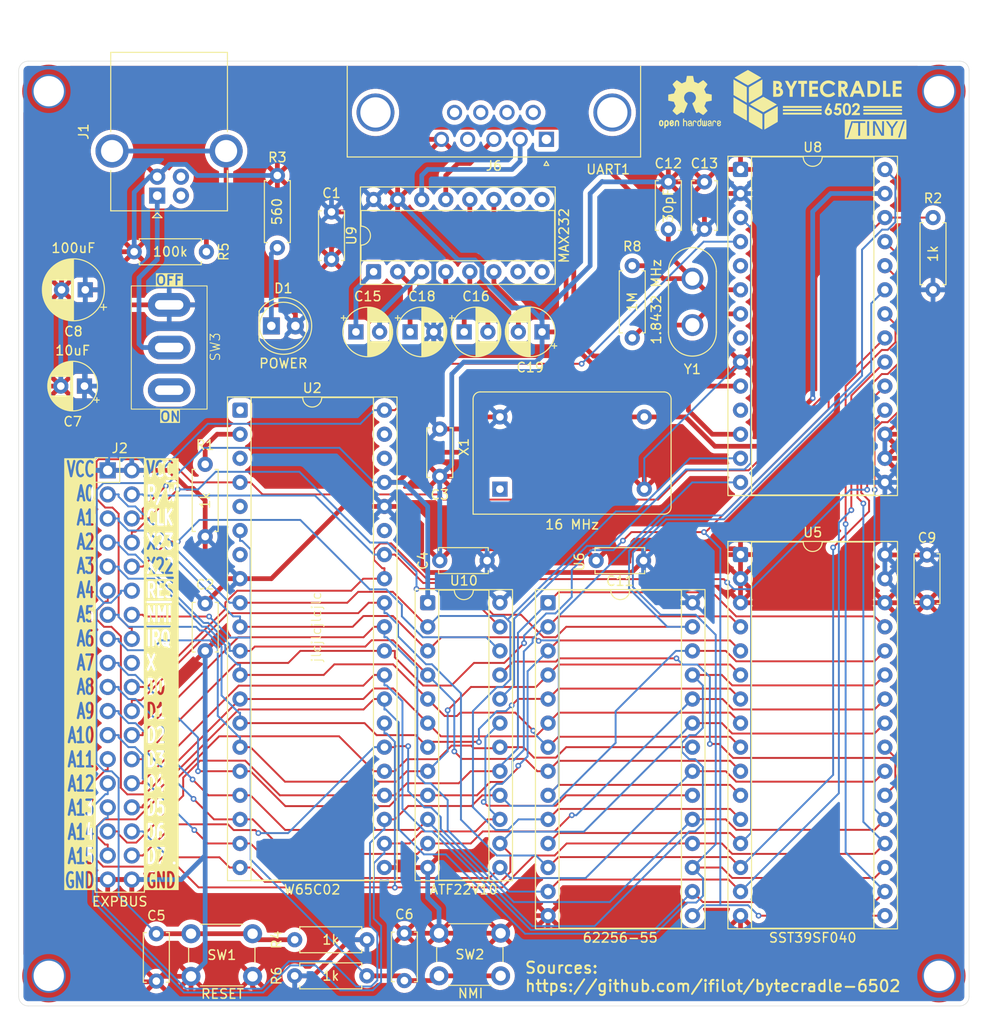
<source format=kicad_pcb>
(kicad_pcb (version 20241229) (generator "pcbnew") (generator_version "9.0")
  (title_block (title "ByteCradle 6502 TINY") (date "2025-04-12") (rev "2"))
  (layers (0 "F.Cu" signal) (2 "B.Cu" signal) (13 "F.Paste" user) (15 "B.Paste" user) (5 "F.SilkS" user "F.Silkscreen") (7 "B.SilkS" user "B.Silkscreen") (1 "F.Mask" user) (3 "B.Mask" user) (25 "Edge.Cuts" user))
  (net 0 "")
  (net 1 "GND")
  (net 2 "VCC")
  (net 3 "Net-(D1-K)")
  (net 4 "Net-(U8-XTAL1)")
  (net 5 "RxD1")
  (net 6 "TxD1")
  (net 7 "~{RES}")
  (net 8 "~{NMI}")
  (net 9 "Net-(U9-C1+)")
  (net 10 "Net-(U9-C1-)")
  (net 11 "Net-(U9-C2+)")
  (net 12 "Net-(U9-C2-)")
  (net 13 "D2")
  (net 14 "D1")
  (net 15 "A5")
  (net 16 "A12")
  (net 17 "D7")
  (net 18 "A15")
  (net 19 "A0")
  (net 20 "D6")
  (net 21 "A2")
  (net 22 "A4")
  (net 23 "A13")
  (net 24 "A1")
  (net 25 "A11")
  (net 26 "CLK")
  (net 27 "D0")
  (net 28 "A8")
  (net 29 "A14")
  (net 30 "D3")
  (net 31 "A7")
  (net 32 "D5")
  (net 33 "A6")
  (net 34 "A10")
  (net 35 "A3")
  (net 36 "R{slash}~{W}")
  (net 37 "D4")
  (net 38 "A9")
  (net 40 "Net-(U9-VS+)")
  (net 41 "Net-(U9-VS-)")
  (net 42 "Net-(U8-XTAL2)")
  (net 43 "Net-(J1-Shield)")
  (net 45 "VIN")
  (net 47 "Net-(U2-RDY)")
  (net 60 "~{IRQ}")
  (net 61 "~{ROMCS}")
  (net 62 "~{RAMCS}")
  (net 63 "~{ACIACS}")
  (net 65 "Net-(U9-T1OUT)")
  (net 67 "Net-(U9-R1IN)")
  (net 69 "ATF22IO22")
  (net 70 "ATF22IO23")
  (footprint "Capacitor_THT:C_Disc_D5.0mm_W2.5mm_P5.00mm" (layer "F.Cu") (at 64.06 142.875 -90)
    (property "Reference" "C5")
    (property "Value" "100nF")
  )
  (footprint "Resistor_THT:R_Axial_DIN0207_L6.3mm_D2.5mm_P7.62mm_Horizontal" (layer "F.Cu") (at 114.3 72.39 -90)
    (property "Reference" "R8")
    (property "Value" "1M")
  )
  (footprint "Capacitor_THT:CP_Radial_D5.0mm_P2.50mm" (layer "F.Cu") (at 56.475 85.09 180)
    (property "Reference" "C7")
    (property "Value" "10uF")
  )
  (footprint "Symbol:OSHW-Logo2_7.3x6mm_SilkScreen" (layer "F.Cu") (at 120.396 55.118)
    (property "Reference" "REF**" (hide yes))
    (property "Value" "OSHW-Logo2_7.3x6mm_SilkScreen" (hide yes))
  )
  (footprint "Resistor_THT:R_Axial_DIN0207_L6.3mm_D2.5mm_P7.62mm_Horizontal" (layer "F.Cu") (at 61.722 70.915)
    (property "Reference" "R5")
    (property "Value" "100k")
  )
  (footprint "Capacitor_THT:CP_Radial_D5.0mm_P2.50mm" (layer "F.Cu") (at 85.13 79.375)
    (property "Reference" "C15")
    (property "Value" "10uF")
  )
  (footprint "Package_DIP:DIP-16_W7.62mm_Socket" (layer "F.Cu") (at 86.995 73.025 90)
    (property "Reference" "U9")
    (property "Value" "MAX232")
  )
  (footprint "Button_Switch_THT:SW_PUSH_6mm" (layer "F.Cu") (at 74.22 147.375 180)
    (property "Reference" "SW1")
    (property "Value" "RESET")
  )
  (footprint "Package_DIP:DIP-32_W15.24mm_Socket" (layer "F.Cu") (at 125.73 102.87)
    (property "Reference" "U5")
    (property "Value" "SST39SF040")
  )
  (footprint "Resistor_THT:R_Axial_DIN0207_L6.3mm_D2.5mm_P7.62mm_Horizontal" (layer "F.Cu") (at 86.285 147.32 180)
    (property "Reference" "R6")
    (property "Value" "1k")
  )
  (footprint "Connector_PinHeader_2.54mm:PinHeader_2x18_P2.54mm_Vertical" (layer "F.Cu") (at 58.928 93.98)
    (property "Reference" "J2")
    (property "Value" "EXPBUS")
  )
  (footprint "Capacitor_THT:CP_Radial_D6.3mm_P2.50mm" (layer "F.Cu") (at 56.555 74.93 180)
    (property "Reference" "C8")
    (property "Value" "100uF")
  )
  (footprint "Capacitor_THT:C_Disc_D5.0mm_W2.5mm_P5.00mm" (layer "F.Cu") (at 115.49 103.505 180)
    (property "Reference" "C11")
    (property "Value" "100nF")
  )
  (footprint "Package_DIP:DIP-24_W7.62mm_Socket" (layer "F.Cu") (at 92.71 107.95)
    (property "Reference" "U10")
    (property "Value" "ATF22V10")
  )
  (footprint "Button_Switch_THT:SW_PUSH_6mm" (layer "F.Cu") (at 93.905 142.82)
    (property "Reference" "SW2")
    (property "Value" "NMI")
  )
  (footprint "Capacitor_THT:CP_Radial_D5.0mm_P2.50mm" (layer "F.Cu") (at 96.56 79.375)
    (property "Reference" "C16")
    (property "Value" "10uF")
  )
  (footprint "Capacitor_THT:C_Disc_D5.0mm_W2.5mm_P5.00mm" (layer "F.Cu") (at 90.245 147.82 90)
    (property "Reference" "C6")
    (property "Value" "100nF")
  )
  (footprint "Capacitor_THT:C_Disc_D5.0mm_W2.5mm_P5.00mm" (layer "F.Cu") (at 82.55 66.715 -90)
    (property "Reference" "C1")
    (property "Value" "100nF")
  )
  (footprint "LED_THT:LED_D5.0mm" (layer "F.Cu") (at 76.2 78.74)
    (property "Reference" "D1")
    (property "Value" "POWER")
  )
  (footprint "MountingHole:MountingHole_3.2mm_M3_DIN965_Pad_TopOnly" (layer "F.Cu") (at 146.685 147.32)
    (property "Reference" "H4")
    (property "Value" "MountingHole")
  )
  (footprint "Resistor_THT:R_Axial_DIN0207_L6.3mm_D2.5mm_P7.62mm_Horizontal" (layer "F.Cu") (at 76.835 62.865 -90)
    (property "Reference" "R3")
    (property "Value" "560")
  )
  (footprint "Connector_Dsub:DSUB-9_Pins_Horizontal_P2.77x2.84mm_EdgePinOffset4.94mm_Housed_MountingHolesOffset4.94mm" (layer "F.Cu") (at 105.235 59.055 180)
    (property "Reference" "J6")
    (property "Value" "UART1")
  )
  (footprint "MountingHole:MountingHole_3.2mm_M3_DIN965_Pad_TopOnly" (layer "F.Cu") (at 52.705 53.975)
    (property "Reference" "H1")
    (property "Value" "MountingHole")
  )
  (footprint "Capacitor_THT:CP_Radial_D5.0mm_P2.50mm" (layer "F.Cu") (at 90.845 79.375)
    (property "Reference" "C18")
    (property "Value" "10uF")
  )
  (footprint "Package_DIP:DIP-28_W15.24mm_Socket" (layer "F.Cu") (at 105.41 107.95)
    (property "Reference" "U6")
    (property "Value" "62256-55")
  )
  (footprint "components:power_switch" (layer "F.Cu") (at 65.417 81.02 -90)
    (property "Reference" "SW3")
    (property "Value" "SW_SPDT")
  )
  (footprint "Package_DIP:DIP-40_W15.24mm_Socket" (layer "F.Cu") (at 72.898 87.63)
    (property "Reference" "U2")
    (property "Value" "W65C02")
  )
  (footprint "MountingHole:MountingHole_3.2mm_M3_DIN965_Pad_TopOnly" (layer "F.Cu") (at 146.685 53.975)
    (property "Reference" "H3")
    (property "Value" "MountingHole")
  )
  (footprint "Oscillator:Oscillator_DIP-14" (layer "F.Cu") (at 100.33 95.965)
    (property "Reference" "X1")
    (property "Value" "16 MHz")
  )
  (footprint "MountingHole:MountingHole_3.2mm_M3_DIN965_Pad_TopOnly" (layer "F.Cu") (at 52.705 147.32)
    (property "Reference" "H2")
    (property "Value" "MountingHole")
  )
  (footprint "Capacitor_THT:C_Disc_D5.0mm_W2.5mm_P5.00mm" (layer "F.Cu") (at 93.98 89.615 -90)
    (property "Reference" "C3")
    (property "Value" "100nF")
  )
  (footprint "Resistor_THT:R_Axial_DIN0207_L6.3mm_D2.5mm_P7.62mm_Horizontal" (layer "F.Cu") (at 78.665 143.51)
    (property "Reference" "R4")
    (property "Value" "1k")
  )
  (footprint "Crystal:Crystal_HC50_Vertical" (layer "F.Cu") (at 120.65 78.65 90)
    (property "Reference" "Y1")
    (property "Value" "1.8432 MHz")
  )
  (footprint "Capacitor_THT:C_Disc_D5.0mm_W2.5mm_P5.00mm" (layer "F.Cu") (at 118.11 63.54 -90)
    (property "Reference" "C12")
    (property "Value" "30pF")
  )
  (footprint "components:bytecradle-logo" (layer "F.Cu") (at 133.876 54.788)
    (property "Reference" "G***")
    (property "Value" "LOGO" (hide yes))
  )
  (footprint "Capacitor_THT:C_Disc_D5.0mm_W2.5mm_P5.00mm" (layer "F.Cu") (at 69.215 108.03 -90)
    (property "Reference" "C2")
    (property "Value" "100nF")
  )
  (footprint "Resistor_THT:R_Axial_DIN0207_L6.3mm_D2.5mm_P7.62mm_Horizontal" (layer "F.Cu") (at 69.215 100.965 90)
    (property "Reference" "R1")
    (property "Value" "1k")
  )
  (footprint "Connector_USB:USB_B_OST_USB-B1HSxx_Horizontal" (layer "F.Cu") (at 64.155 64.9975 90)
    (property "Reference" "J1")
    (property "Value" "USB_B")
  )
  (footprint "Capacitor_THT:CP_Radial_D5.0mm_P2.50mm" (layer "F.Cu") (at 104.775 79.375 180)
    (property "Reference" "C19")
    (property "Value" "10uF")
  )
  (footprint "Capacitor_THT:C_Disc_D5.0mm_W2.5mm_P5.00mm" (layer "F.Cu") (at 145.415 102.91 -90)
    (property "Reference" "C9")
    (property "Value" "100nF")
  )
  (footprint "Package_DIP:DIP-28_W15.24mm_Socket" (layer "F.Cu") (at 125.73 62.23)
    (property "Reference" "U8")
    (property "Value" "W65C51NxP")
  )
  (footprint "Resistor_THT:R_Axial_DIN0207_L6.3mm_D2.5mm_P7.62mm_Horizontal" (layer "F.Cu") (at 146.05 67.31 -90)
    (property "Reference" "R2")
    (property "Value" "1k")
  )
  (footprint "Capacitor_THT:C_Disc_D5.0mm_W2.5mm_P5.00mm" (layer "F.Cu") (at 98.98 103.505 180)
    (property "Reference" "C4")
    (property "Value" "100nF")
  )
  (footprint "Capacitor_THT:C_Disc_D5.0mm_W2.5mm_P5.00mm" (layer "F.Cu") (at 121.92 68.54 90)
    (property "Reference" "C13")
    (property "Value" "100nF")
  )
  (gr_arc (start 50.53 150.495) (mid 49.822893 150.202107) (end 49.53 149.495) (stroke (width 0.05)) (layer "Edge.Cuts"))
  (gr_line (start 149.86 51.8) (end 149.86 149.495) (stroke (width 0.05)) (layer "Edge.Cuts"))
  (gr_arc (start 148.86 50.8) (mid 149.567107 51.092893) (end 149.86 51.8) (stroke (width 0.05)) (layer "Edge.Cuts"))
  (gr_arc (start 49.53 51.8) (mid 49.822893 51.092893) (end 50.53 50.8) (stroke (width 0.05)) (layer "Edge.Cuts"))
  (gr_line (start 50.53 50.8) (end 148.86 50.8) (stroke (width 0.05)) (layer "Edge.Cuts"))
  (gr_arc (start 149.86 149.495) (mid 149.567107 150.202107) (end 148.86 150.495) (stroke (width 0.05)) (layer "Edge.Cuts"))
  (gr_line (start 49.53 149.495) (end 49.53 51.8) (stroke (width 0.05)) (layer "Edge.Cuts"))
  (gr_line (start 148.86 150.495) (end 50.53 150.495) (stroke (width 0.05)) (layer "Edge.Cuts"))
  (gr_text "jlcjlcjlcjlc" (at 81.534 114.3 90) (layer "F.SilkS") (effects (font (size 1 1) (thickness 0.1)) (justify left bottom)))
  (gr_text "OFF" (at 65.417 74.52 0) (layer "F.SilkS" knockout) (effects (font (size 1 1) (thickness 0.2) (bold yes)) (justify bottom)))
  (gr_text "VCC\nR/~{W}\nCLK\nX23\nX22\n~{RES}\n~{NMI}\n~{IRQ}\nX\nD0\nD1\nD2\nD3\nD4\nD5\nD6\nD7\nGND" (at 62.865 138.176 0) (layer "F.SilkS" knockout) (effects (font (size 1.585 1) (thickness 0.25) (bold yes)) (justify left bottom)))
  (gr_text "VCC\nA0\nA1\nA2\nA3\nA4\nA5\nA6\nA7\nA8\nA9\nA10\nA11\nA12\nA13\nA14\nA15\nGND" (at 57.658 138.176 0) (layer "F.SilkS" knockout) (effects (font (size 1.585 1) (thickness 0.25) (bold yes)) (justify right bottom)))
  (gr_text "ON" (at 65.532 88.9 0) (layer "F.SilkS" knockout) (effects (font (size 1 1) (thickness 0.2) (bold yes)) (justify bottom)))
  (gr_text "Sources:\nhttps://github.com/ifilot/bytecradle-6502" (at 102.87 149.098 0) (layer "F.SilkS") (effects (font (size 1.2 1.2) (thickness 0.2) (bold yes)) (justify left bottom)))
  (gr_text "/TINY/" (at 136.906 58.928 0) (layer "F.SilkS" knockout) (effects (font (size 1.5 1.5) (thickness 0.1)) (justify left bottom)))
  (segment (start 147.36 107.91) (end 145.415 107.91) (width 0.5) (layer "F.Cu") (net 1))
  (segment (start 96.52 93.345) (end 114.935 93.345) (width 0.5) (layer "F.Cu") (net 1))
  (segment (start 83.82 69.215) (end 82.55 70.485) (width 0.5) (layer "F.Cu") (net 1))
  (segment (start 125.73 107.95) (end 140.97 107.95) (width 0.5) (layer "F.Cu") (net 1))
  (segment (start 92.71 59.055) (end 89.535 62.23) (width 0.5) (layer "F.Cu") (net 1))
  (segment (start 106.68 145.415) (end 106.045 145.415) (width 0.5) (layer "F.Cu") (net 1))
  (segment (start 82.55 70.485) (end 82.55 71.715) (width 0.5) (layer "F.Cu") (net 1))
  (segment (start 111.741 102.254) (end 125.114 102.254) (width 0.5) (layer "F.Cu") (net 1))
  (segment (start 115.57 93.98) (end 115.57 95.965) (width 0.5) (layer "F.Cu") (net 1))
  (segment (start 93.98 103.505) (end 95.231 102.254) (width 0.5) (layer "F.Cu") (net 1))
  (segment (start 74.22 148.515) (end 74.22 147.375) (width 0.5) (layer "F.Cu") (net 1))
  (segment (start 116.84 53.34) (end 139.7 53.34) (width 0.5) (layer "F.Cu") (net 1))
  (segment (start 54.815 70.915) (end 61.722 70.915) (width 0.5) (layer "F.Cu") (net 1))
  (segment (start 105.41 144.78) (end 105.41 140.97) (width 0.5) (layer "F.Cu") (net 1))
  (segment (start 143.51 145.415) (end 127 145.415) (width 0.5) (layer "F.Cu") (net 1))
  (segment (start 100.405 142.82) (end 93.905 142.82) (width 0.5) (layer "F.Cu") (net 1))
  (segment (start 61.468 137.16) (end 61.468 147.193) (width 0.5) (layer "F.Cu") (net 1))
  (segment (start 68.464 149.744) (end 67.72 149) (width 0.5) (layer "F.Cu") (net 1))
  (segment (start 140.97 107.95) (end 145.375 107.95) (width 0.5) (layer "F.Cu") (net 1))
  (segment (start 125.73 105.41) (end 125.73 107.95) (width 0.5) (layer "F.Cu") (net 1))
  (segment (start 147.32 92.71) (end 140.97 92.71) (width 0.5) (layer "F.Cu") (net 1))
  (segment (start 116.84 53.34) (end 118.11 54.61) (width 0.5) (layer "F.Cu") (net 1))
  (segment (start 61.468 137.16) (end 58.928 137.16) (width 0.5) (layer "F.Cu") (net 1))
  (segment (start 118.11 63.54) (end 121.92 63.54) (width 0.5) (layer "F.Cu") (net 1))
  (segment (start 106.045 145.415) (end 105.41 144.78) (width 0.5) (layer "F.Cu") (net 1))
  (segment (start 95.25 94.615) (end 96.52 93.345) (width 0.5) (layer "F.Cu") (net 1))
  (segment (start 64.56 147.375) (end 64.06 147.875) (width 0.5) (layer "F.Cu") (net 1))
  (segment (start 75.449 149.744) (end 68.464 149.744) (width 0.5) (layer "F.Cu") (net 1))
  (segment (start 148.59 91.44) (end 147.32 92.71) (width 0.5) (layer "F.Cu") (net 1))
  (segment (start 52.07 84.455) (end 50.8 83.185) (width 0.5) (layer "F.Cu") (net 1))
  (segment (start 118.11 54.61) (end 118.11 63.54) (width 0.5) (layer "F.Cu") (net 1))
  (segment (start 78.74 53.34) (end 116.84 53.34) (width 0.5) (layer "F.Cu") (net 1))
  (segment (start 148.59 106.68) (end 147.36 107.91) (width 0.5) (layer "F.Cu") (net 1))
  (segment (start 89.535 62.23) (end 89.535 65.405) (width 0.5) (layer "F.Cu") (net 1))
  (segment (start 123.19 62.27) (end 123.19 62.23) (width 0.5) (layer "F.Cu") (net 1))
  (segment (start 93.98 94.615) (end 95.25 94.615) (width 0.5) (layer "F.Cu") (net 1))
  (segment (start 79.375 68.58) (end 79.415 68.58) (width 0.5) (layer "F.Cu") (net 1))
  (segment (start 121.92 63.54) (end 123.19 62.27) (width 0.5) (layer "F.Cu") (net 1))
  (segment (start 63.98 147.955) (end 64.06 147.875) (width 0.5) (layer "F.Cu") (net 1))
  (segment (start 53.975 60.325) (end 60.96 53.34) (width 0.5) (layer "F.Cu") (net 1))
  (segment (start 114.935 93.345) (end 115.57 93.98) (width 0.5) (layer "F.Cu") (net 1))
  (segment (start 62.23 147.955) (end 63.98 147.955) (width 0.5) (layer "F.Cu") (net 1))
  (segment (start 79.415 68.58) (end 82.55 71.715) (width 0.5) (layer "F.Cu") (net 1))
  (segment (start 52.705 85.09) (end 53.975 85.09) (width 0.5) (layer "F.Cu") (net 1))
  (segment (start 102.351 149.744) (end 75.449 149.744) (width 0.5) (layer "F.Cu") (net 1))
  (segment (start 125.114 102.254) (end 125.73 102.87) (width 0.5) (layer "F.Cu") (net 1))
  (segment (start 67.72 149) (end 67.72 147.375) (width 0.5) (layer "F.Cu") (net 1))
  (segment (start 148.59 91.44) (end 148.59 106.68) (width 0.5) (layer "F.Cu") (net 1))
  (segment (start 95.231 102.254) (end 109.239 102.254) (width 0.5) (layer "F.Cu") (net 1))
  (segment (start 54.055 74.93) (end 54.055 71.675) (width 0.5) (layer "F.Cu") (net 1))
  (segment (start 106.68 145.415) (end 102.351 149.744) (width 0.5) (layer "F.Cu") (net 1))
  (segment (start 53.975 61.595) (end 53.975 60.325) (width 0.5) (layer "F.Cu") (net 1))
  (segment (start 148.59 106.68) (end 148.59 140.335) (width 0.5) (layer "F.Cu") (net 1))
  (segment (start 50.8 83.185) (end 50.8 64.77) (width 0.5) (layer "F.Cu") (net 1))
  (segment (start 52.07 85.725) (end 52.705 85.09) (width 0.5) (layer "F.Cu") (net 1))
  (segment (start 76.835 66.04) (end 79.375 68.58) (width 0.5) (layer "F.Cu") (net 1))
  (segment (start 125.73 102.87) (end 125.73 105.41) (width 0.5) (layer "F.Cu") (net 1))
  (segment (start 148.59 62.23) (end 148.59 88.265) (width 0.5) (layer "F.Cu") (net 1))
  (segment (start 60.96 53.34) (end 78.74 53.34) (width 0.5) (layer "F.Cu") (net 1))
  (segment (start 89.535 65.405) (end 89.535 66.675) (width 0.5) (layer "F.Cu") (net 1))
  (segment (start 88.138 135.89) (end 92.71 135.89) (width 0.5) (layer "F.Cu") (net 1))
  (segment (start 94.155 59.055) (end 92.71 59.055) (width 0.5) (layer "F.Cu") (net 1))
  (segment (start 86.995 69.215) (end 83.82 69.215) (width 0.5) (layer "F.Cu") (net 1))
  (segment (start 75.449 149.744) (end 74.22 148.515) (width 0.5) (layer "F.Cu") (net 1))
  (segment (start 148.59 88.265) (end 148.59 91.44) (width 0.5) (layer "F.Cu") (net 1))
  (segment (start 145.375 107.95) (end 145.415 107.91) (width 0.5) (layer "F.Cu") (net 1))
  (segment (start 67.72 147.375) (end 64.56 147.375) (width 0.5) (layer "F.Cu") (net 1))
  (segment (start 105.41 140.97) (end 102.255 140.97) (width 0.5) (layer "F.Cu") (net 1))
  (segment (start 102.255 140.97) (end 100.405 142.82) (width 0.5) (layer "F.Cu") (net 1))
  (segment (start 123.19 62.23) (end 125.73 62.23) (width 0.5) (layer "F.Cu") (net 1))
  (segment (start 146.685 90.17) (end 140.97 90.17) (width 0.5) (layer "F.Cu") (net 1))
  (segment (start 93.905 142.82) (end 90.245 142.82) (width 0.5) (layer "F.Cu") (net 1))
  (segment (start 76.835 62.865) (end 76.835 55.245) (width 0.5) (layer "F.Cu") (net 1))
  (segment (start 110.49 103.505) (end 111.741 102.254) (width 0.5) (layer "F.Cu") (net 1))
  (segment (start 109.239 102.254) (end 110.49 103.505) (width 0.5) (layer "F.Cu") (net 1))
  (segment (start 54.055 71.675) (end 54.815 70.915) (width 0.5) (layer "F.Cu") (net 1))
  (segment (start 127 145.415) (end 125.73 144.145) (width 0.5) (layer "F.Cu") (net 1))
  (segment (start 76.835 55.245) (end 78.74 53.34) (width 0.5) (layer "F.Cu") (net 1))
  (segment (start 58.928 137.16) (end 52.705 137.16) (width 0.5) (layer "F.Cu") (net 1))
  (segment (start 139.7 53.34) (end 148.59 62.23) (width 0.5) (layer "F.Cu") (net 1))
  (segment (start 148.59 140.335) (end 143.51 145.415) (width 0.5) (layer "F.Cu") (net 1))
  (segment (start 125.73 144.145) (end 125.73 140.97) (width 0.5) (layer "F.Cu") (net 1))
  (segment (start 61.468 147.193) (end 62.23 147.955) (width 0.5) (layer "F.Cu") (net 1))
  (segment (start 50.8 64.77) (end 53.975 61.595) (width 0.5) (layer "F.Cu") (net 1))
  (segment (start 52.07 85.725) (end 52.07 84.455) (width 0.5) (layer "F.Cu") (net 1))
  (segment (start 89.535 66.675) (end 86.995 69.215) (width 0.5) (layer "F.Cu") (net 1))
  (segment (start 127 145.415) (end 106.68 145.415) (width 0.5) (layer "F.Cu") (net 1))
  (segment (start 76.835 62.865) (end 76.835 66.04) (width 0.5) (layer "F.Cu") (net 1))
  (segment (start 148.59 88.265) (end 146.685 90.17) (width 0.5) (layer "F.Cu") (net 1))
  (segment (start 52.07 136.525) (end 52.07 85.725) (width 0.5) (layer "F.Cu") (net 1))
  (segment (start 52.705 137.16) (end 52.07 136.525) (width 0.5) (layer "F.Cu") (net 1))
  (segment (start 69.215 134.62) (end 69.215 145.88) (width 0.5) (layer "B.Cu") (net 1))
  (segment (start 89.535 65.405) (end 95.904 71.774) (width 0.5) (layer "B.Cu") (net 1))
  (segment (start 109.855 64.77) (end 111.125 63.5) (width 0.5) (layer "B.Cu") (net 1))
  (segment (start 53.975 75.01) (end 54.055 74.93) (width 0.5) (layer "B.Cu") (net 1))
  (segment (start 95.25 83.82) (end 96.52 82.55) (width 0.5) (layer "B.Cu") (net 1))
  (segment (start 95.904 71.774) (end 97.6732 71.774) (width 0.5) (layer "B.Cu") (net 1))
  (segment (start 104.775 79.375) (end 104.775 78.105) (width 0.5) (layer "B.Cu") (net 1))
  (segment (start 69.215 113.03) (end 69.215 134.62) (width 0.5) (layer "B.Cu") (net 1))
  (segment (start 103.505 76.835) (end 104.775 78.105) (width 0.5) (layer "B.Cu") (net 1))
  (segment (start 68.3624 62.865) (end 67.1939 61.6965) (width 0.5) (layer "B.Cu") (net 1))
  (segment (start 140.97 92.71) (end 140.97 90.17) (width 0.5) (layer "B.Cu") (net 1))
  (segment (start 98.425 72.5258) (end 98.425 73.66) (width 0.5) (layer "B.Cu") (net 1))
  (segment (start 104.775 81.915) (end 104.775 79.375) (width 0.5) (layer "B.Cu") (net 1))
  (segment (start 109.855 72.39) (end 109.855 64.77) (width 0.5) (layer "B.Cu") (net 1))
  (segment (start 76.835 62.865) (end 68.3624 62.865) (width 0.5) (layer "B.Cu") (net 1))
  (segment (start 104.14 82.55) (end 104.775 81.915) (width 0.5) (layer "B.Cu") (net 1))
  (segment (start 104.775 77.47) (end 109.855 72.39) (width 0.5) (layer "B.Cu") (net 1))
  (segment (start 104.775 78.105) (end 104.775 79.375) (width 0.5) (layer "B.Cu") (net 1))
  (segment (start 95.25 93.345) (end 95.25 83.82) (width 0.5) (layer "B.Cu") (net 1))
  (segment (start 53.975 85.09) (end 53.975 75.01) (width 0.5) (layer "B.Cu") (net 1))
  (segment (start 93.905 140.26) (end 93.905 142.82) (width 0.5) (layer "B.Cu") (net 1))
  (segment (start 97.6732 71.774) (end 98.425 72.5258) (width 0.5) (layer "B.Cu") (net 1))
  (segment (start 63.3675 62.9975) (end 61.722 64.643) (width 0.5) (layer "B.Cu") (net 1))
  (segment (start 69.215 134.62) (end 66.675 137.16) (width 0.5) (layer "B.Cu") (net 1))
  (segment (start 66.675 137.16) (end 61.468 137.16) (width 0.5) (layer "B.Cu") (net 1))
  (segment (start 92.71 139.065) (end 93.905 140.26) (width 0.5) (layer "B.Cu") (net 1))
  (segment (start 96.52 82.55) (end 104.14 82.55) (width 0.5) (layer "B.Cu") (net 1))
  (segment (start 104.775 78.105) (end 104.775 77.47) (width 0.5) (layer "B.Cu") (net 1))
  (segment (start 115.57 92.71) (end 125.73 82.55) (width 0.2) (layer "B.Cu") (net 1))
  (segment (start 111.125 63.5) (end 111.165 63.54) (width 0.5) (layer "B.Cu") (net 1))
  (segment (start 101.6 76.835) (end 103.505 76.835) (width 0.5) (layer "B.Cu") (net 1))
  (segment (start 69.215 145.88) (end 67.72 147.375) (width 0.5) (layer "B.Cu") (net 1))
  (segment (start 64.155 62.9975) (end 63.3675 62.9975) (width 0.5) (layer "B.Cu") (net 1))
  (segment (start 93.98 94.615) (end 95.25 93.345) (width 0.5) (layer "B.Cu") (net 1))
  (segment (start 111.165 63.54) (end 118.11 63.54) (width 0.5) (layer "B.Cu") (net 1))
  (segment (start 93.98 103.505) (end 93.98 94.615) (width 0.5) (layer "B.Cu") (net 1))
  (segment (start 65.456 61.6965) (end 64.155 62.9975) (width 0.5) (layer "B.Cu") (net 1))
  (segment (start 67.1939 61.6965) (end 65.456 61.6965) (width 0.5) (layer "B.Cu") (net 1))
  (segment (start 61.722 64.643) (end 61.722 70.915) (width 0.5) (layer "B.Cu") (net 1))
  (segment (start 115.57 95.965) (end 115.57 92.71) (width 0.2) (layer "B.Cu") (net 1))
  (segment (start 98.425 73.66) (end 101.6 76.835) (width 0.5) (layer "B.Cu") (net 1))
  (segment (start 92.71 135.89) (end 92.71 139.065) (width 0.5) (layer "B.Cu") (net 1))
  (segment (start 93.345 80.645) (end 93.345 79.375) (width 0.5) (layer "F.Cu") (net 2))
  (segment (start 67.31 95.885) (end 67.945 95.885) (width 0.5) (layer "F.Cu") (net 2))
  (segment (start 69.215 108.03) (end 71.12 106.125) (width 0.5) (layer "F.Cu") (net 2))
  (segment (start 59.055 74.93) (end 60.645 76.52) (width 0.5) (layer "F.Cu") (net 2))
  (segment (start 85.685 66.715) (end 86.995 65.405) (width 0.5) (layer "F.Cu") (net 2))
  (segment (start 83.82 97.79) (end 76.2 105.41) (width 0.5) (layer "F.Cu") (net 2))
  (segment (start 98.98 103.505) (end 100.231 104.756) (width 0.5) (layer "F.Cu") (net 2))
  (segment (start 56.555 74.93) (end 59.055 74.93) (width 0.5) (layer "F.Cu") (net 2))
  (segment (start 114.935 65.405) (end 107.315 57.785) (width 0.5) (layer "F.Cu") (net 2))
  (segment (start 141.01 102.91) (end 140.97 102.87) (width 0.5) (layer "F.Cu") (net 2))
  (segment (start 97.729 104.756) (end 92.691 104.756) (width 0.5) (layer "F.Cu") (net 2))
  (segment (start 92.075 104.14) (end 92.075 99.695) (width 0.5) (layer "F.Cu") (net 2))
  (segment (start 65.417 76.52) (end 77.79 76.52) (width 0.5) (layer "F.Cu") (net 2))
  (segment (start 118.785 65.405) (end 114.935 65.405) (width 0.5) (layer "F.Cu") (net 2))
  (segment (start 92.691 104.756) (end 92.075 104.14) (width 0.5) (layer "F.Cu") (net 2))
  (segment (start 90.17 97.79) (end 88.138 97.79) (width 0.5) (layer "F.Cu") (net 2))
  (segment (start 67.945 95.885) (end 69.215 97.155) (width 0.5) (layer "F.Cu") (net 2))
  (segment (start 91.48 57.785) (end 82.55 66.715) (width 0.5) (layer "F.Cu") (net 2))
  (segment (start 60.645 76.52) (end 65.417 76.52) (width 0.5) (layer "F.Cu") (net 2))
  (segment (start 61.468 93.98) (end 65.405 93.98) (width 0.5) (layer "F.Cu") (net 2))
  (segment (start 71.12 105.41) (end 72.898 105.41) (width 0.5) (layer "F.Cu") (net 2))
  (segment (start 81.28 81.28) (end 92.71 81.28) (width 0.5) (layer "F.Cu") (net 2))
  (segment (start 78.74 77.47) (end 78.74 78.74) (width 0.5) (layer "F.Cu") (net 2))
  (segment (start 84.455 143.51) (end 86.285 143.51) (width 0.5) (layer "F.Cu") (net 2))
  (segment (start 69.215 97.155) (end 69.215 100.965) (width 0.5) (layer "F.Cu") (net 2))
  (segment (start 80.645 147.32) (end 84.455 143.51) (width 0.5) (layer "F.Cu") (net 2))
  (segment (start 107.315 57.785) (end 91.48 57.785) (width 0.5) (layer "F.Cu") (net 2))
  (segment (start 145.415 102.91) (end 141.01 102.91) (width 0.5) (layer "F.Cu") (net 2))
  (segment (start 100.231 104.756) (end 114.239 104.756) (width 0.5) (layer "F.Cu") (net 2))
  (segment (start 69.215 103.505) (end 71.12 105.41) (width 0.5) (layer "F.Cu") (net 2))
  (segment (start 76.2 105.41) (end 72.898 105.41) (width 0.5) (layer "F.Cu") (net 2))
  (segment (start 71.12 106.125) (end 71.12 105.41) (width 0.5) (layer "F.Cu") (net 2))
  (segment (start 78.665 147.32) (end 80.645 147.32) (width 0.5) (layer "F.Cu") (net 2))
  (segment (start 121.92 68.54) (end 121.92 66.675) (width 0.5) (layer "F.Cu") (net 2))
  (segment (start 121.92 68.54) (end 118.785 65.405) (width 0.5) (layer "F.Cu") (net 2))
  (segment (start 98.98 103.505) (end 97.729 104.756) (width 0.5) (layer "F.Cu") (net 2))
  (segment (start 114.239 104.756) (end 115.49 103.505) (width 0.5) (layer "F.Cu") (net 2))
  (segment (start 88.138 97.79) (end 83.82 97.79) (width 0.5) (layer "F.Cu") (net 2))
  (segment (start 58.928 93.98) (end 61.468 93.98) (width 0.5) (layer "F.Cu") (net 2))
  (segment (start 92.075 99.695) (end 90.17 97.79) (width 0.5) (layer "F.Cu") (net 2))
  (segment (start 69.215 100.965) (end 69.215 103.505) (width 0.5) (layer "F.Cu") (net 2))
  (segment (start 97.71 88.345) (end 100.33 88.345) (width 0.5) (layer "F.Cu") (net 2))
  (segment (start 78.74 78.74) (end 81.28 81.28) (width 0.5) (layer "F.Cu") (net 2))
  (segment (start 96.44 89.615) (end 97.71 88.345) (width 0.5) (layer "F.Cu") (net 2))
  (segment (start 77.79 76.52) (end 78.74 77.47) (width 0.5) (layer "F.Cu") (net 2))
  (segment (start 92.71 81.28) (end 93.345 80.645) (width 0.5) (layer "F.Cu") (net 2))
  (segment (start 82.55 66.715) (end 85.685 66.715) (width 0.5) (layer "F.Cu") (net 2))
  (segment (start 123.825 64.77) (end 125.73 64.77) (width 0.5) (layer "F.Cu") (net 2))
  (segment (start 65.405 93.98) (end 67.31 95.885) (width 0.5) (layer "F.Cu") (net 2))
  (segment (start 93.98 89.615) (end 96.44 89.615) (width 0.5) (layer "F.Cu") (net 2))
  (segment (start 121.92 66.675) (end 123.825 64.77) (width 0.5) (layer "F.Cu") (net 2))
  (segment (start 93.345 71.755) (end 86.995 65.405) (width 0.5) (layer "B.Cu") (net 2))
  (segment (start 78.665 149.15) (end 78.665 147.32) (width 0.5) (layer "B.Cu") (net 2))
  (segment (start 98.98 103.505) (end 98.98 89.695) (width 0.5) (layer "B.Cu") (net 2))
  (segment (start 130.81 99.695) (end 118.11 99.695) (width 0.5) (layer "B.Cu") (net 2))
  (segment (start 127 53.34) (end 128.27 54.61) (width 0.5) (layer "B.Cu") (net 2))
  (segment (start 147.32 95.25) (end 140.97 95.25) (width 0.5) (layer "B.Cu") (net 2))
  (segment (start 143.51 145.415) (end 113.03 145.415) (width 0.5) (layer "B.Cu") (net 2))
  (segment (start 139.7 53.34) (end 148.59 62.23) (width 0.5) (layer "B.Cu") (net 2))
  (segment (start 118.11 99.695) (end 115.49 102.315) (width 0.5) (layer "B.Cu") (net 2))
  (segment (start 58.928 93.98) (end 58.928 87.543) (width 0.5) (layer "B.Cu") (net 2))
  (segment (start 116.84 107.95) (end 120.65 107.95) (width 0.5) (layer "B.Cu") (net 2))
  (segment (start 58.939 149.744) (end 57.785 148.59) (width 0.5) (layer "B.Cu") (net 2))
  (segment (start 50.8 92.71) (end 51.435 92.075) (width 0.5) (layer "B.Cu") (net 2))
  (segment (start 80.01 53.34) (end 127 53.34) (width 0.5) (layer "B.Cu") (net 2))
  (segment (start 53.34 93.98) (end 51.435 92.075) (width 0.5) (layer "B.Cu") (net 2))
  (segment (start 93.345 88.98) (end 93.98 89.615) (width 0.5) (layer "B.Cu") (net 2))
  (segment (start 148.59 101.6) (end 148.59 140.335) (width 0.5) (layer "B.Cu") (net 2))
  (segment (start 115.49 106.6) (end 116.84 107.95) (width 0.5) (layer "B.Cu") (net 2))
  (segment (start 147.955 74.93) (end 146.05 74.93) (width 0.5) (layer "B.Cu") (net 2))
  (segment (start 98.98 106.6) (end 100.33 107.95) (width 0.5) (layer "B.Cu") (net 2))
  (segment (start 148.59 93.98) (end 148.59 101.6) (width 0.5) (layer "B.Cu") (net 2))
  (segment (start 147.28 102.91) (end 145.415 102.91) (width 0.5) (layer "B.Cu") (net 2))
  (segment (start 57.785 148.59) (end 57.785 146.685) (width 0.5) (layer "B.Cu") (net 2))
  (segment (start 127 53.34) (end 139.7 53.34) (width 0.5) (layer "B.Cu") (net 2))
  (segment (start 128.27 54.61) (end 128.27 64.135) (width 0.5) (layer "B.Cu") (net 2))
  (segment (start 79.259 149.744) (end 58.939 149.744) (width 0.5) (layer "B.Cu") (net 2))
  (segment (start 140.97 95.25) (end 135.255 95.25) (width 0.5) (layer "B.Cu") (net 2))
  (segment (start 79.259 149.744) (end 78.665 149.15) (width 0.5) (layer "B.Cu") (net 2))
  (segment (start 51.435 92.075) (end 51.435 62.23) (width 0.5) (layer "B.Cu") (net 2))
  (segment (start 56.555 85.01) (end 56.475 85.09) (width 0.5) (layer "B.Cu") (net 2))
  (segment (start 60.325 53.34) (end 80.01 53.34) (width 0.5) (layer "B.Cu") (net 2))
  (segment (start 93.345 79.375) (end 93.345 71.755) (width 0.5) (layer "B.Cu") (net 2))
  (segment (start 80.01 53.34) (end 82.55 55.88) (width 0.5) (layer "B.Cu") (net 2))
  (segment (start 148.59 93.98) (end 147.32 95.25) (width 0.5) (layer "B.Cu") (net 2))
  (segment (start 115.49 103.505) (end 115.49 106.6) (width 0.5) (layer "B.Cu") (net 2))
  (segment (start 140.97 105.41) (end 140.97 102.87) (width 0.5) (layer "B.Cu") (net 2))
  (segment (start 82.55 55.88) (end 82.55 66.715) (width 0.5) (layer "B.Cu") (net 2))
  (segment (start 58.928 87.543) (end 56.475 85.09) (width 0.5) (layer "B.Cu") (net 2))
  (segment (start 127.635 64.77) (end 125.73 64.77) (width 0.5) (layer "B.Cu") (net 2))
  (segment (start 51.435 62.23) (end 60.325 53.34) (width 0.5) (layer "B.Cu") (net 2))
  (segment (start 148.59 140.335) (end 143.51 145.415) (width 0.5) (layer "B.Cu") (net 2))
  (segment (start 57.785 146.685) (end 50.8 139.7) (width 0.5) (layer "B.Cu") (net 2))
  (segment (start 113.03 145.415) (end 108.701 149.744) (width 0.5) (layer "B.Cu") (net 2))
  (segment (start 128.27 64.135) (end 127.635 64.77) (width 0.5) (layer "B.Cu") (net 2))
  (segment (start 148.59 74.295) (end 148.59 93.98) (width 0.5) (layer "B.Cu") (net 2))
  (segment (start 115.49 102.315) (end 115.49 103.505) (width 0.5) (layer "B.Cu") (net 2))
  (segment (start 50.8 139.7) (end 50.8 92.71) (width 0.5) (layer "B.Cu") (net 2))
  (segment (start 148.59 101.6) (end 147.28 102.91) (width 0.5) (layer "B.Cu") (net 2))
  (segment (start 79.375 149.744) (end 79.259 149.744) (width 0.5) (layer "B.Cu") (net 2))
  (segment (start 140.97 102.87) (end 140.97 95.25) (width 0.5) (layer "B.Cu") (net 2))
  (segment (start 56.555 74.93) (end 56.555 85.01) (width 0.5) (layer "B.Cu") (net 2))
  (segment (start 135.255 95.25) (end 130.81 99.695) (width 0.5) (layer "B.Cu") (net 2))
  (segment (start 93.345 79.375) (end 93.345 88.98) (width 0.5) (layer "B.Cu") (net 2))
  (segment (start 148.59 62.23) (end 148.59 74.295) (width 0.5) (layer "B.Cu") (net 2))
  (segment (start 79.375 149.744) (end 79.259 149.744) (width 0.5) (layer "B.Cu") (net 2))
  (segment (start 98.98 89.695) (end 100.33 88.345) (width 0.5) (layer "B.Cu") (net 2))
  (segment (start 108.701 149.744) (end 79.375 149.744) (width 0.5) (layer "B.Cu") (net 2))
  (segment (start 58.928 93.98) (end 53.34 93.98) (width 0.5) (layer "B.Cu") (net 2))
  (segment (start 148.59 74.295) (end 147.955 74.93) (width 0.5) (layer "B.Cu") (net 2))
  (segment (start 98.98 103.505) (end 98.98 106.6) (width 0.5) (layer "B.Cu") (net 2))
  (segment (start 76.2 78.74) (end 76.2 71.12) (width 0.5) (layer "B.Cu") (net 3))
  (segment (start 76.2 71.12) (end 76.835 70.485) (width 0.5) (layer "B.Cu") (net 3))
  (segment (start 120.74 73.75) (end 121.92 74.93) (width 0.5) (layer "F.Cu") (net 4))
  (segment (start 121.92 74.93) (end 125.73 74.93) (width 0.5) (layer "F.Cu") (net 4))
  (segment (start 120.65 73.75) (end 120.74 73.75) (width 0.5) (layer "F.Cu") (net 4))
  (segment (start 118.11 71.21) (end 120.65 73.75) (width 0.5) (layer "F.Cu") (net 4))
  (segment (start 114.3 72.39) (end 116.205 72.39) (width 0.5) (layer "F.Cu") (net 4))
  (segment (start 116.205 72.39) (end 117.565 73.75) (width 0.5) (layer "F.Cu") (net 4))
  (segment (start 117.565 73.75) (end 120.65 73.75) (width 0.5) (layer "F.Cu") (net 4))
  (segment (start 118.11 68.54) (end 118.11 71.21) (width 0.5) (layer "F.Cu") (net 4))
  (segment (start 120.225 87.644) (end 120.225 86.2529) (width 0.5) (layer "F.Cu") (net 5))
  (segment (start 105.41 70.485) (end 98.425 70.485) (width 0.5) (layer "F.Cu") (net 5))
  (segment (start 107.315 72.39) (end 105.41 70.485) (width 0.5) (layer "F.Cu") (net 5))
  (segment (start 107.315 80.01) (end 107.315 72.39) (width 0.5) (layer "F.Cu") (net 5))
  (segment (start 97.155 69.215) (end 97.155 65.405) (width 0.5) (layer "F.Cu") (net 5))
  (segment (start 98.425 70.485) (end 97.155 69.215) (width 0.5) (layer "F.Cu") (net 5))
  (segment (start 125.73 90.17) (end 122.751 90.17) (width 0.5) (layer "F.Cu") (net 5))
  (segment (start 118.455 85.791) (end 115.33 82.6668) (width 0.5) (layer "F.Cu") (net 5))
  (segment (start 122.751 90.17) (end 120.225 87.644) (width 0.5) (layer "F.Cu") (net 5))
  (segment (start 120.225 86.2529) (end 119.764 85.791) (width 0.5) (layer "F.Cu") (net 5))
  (segment (start 109.972 82.6668) (end 107.315 80.01) (width 0.5) (layer "F.Cu") (net 5))
  (segment (start 119.764 85.791) (end 118.455 85.791) (width 0.5) (layer "F.Cu") (net 5))
  (segment (start 115.33 82.6668) (end 109.972 82.6668) (width 0.5) (layer "F.Cu") (net 5))
  (segment (start 110.211 81.915) (end 108.128 79.8318) (width 0.5) (layer "F.Cu") (net 6))
  (segment (start 118.745 85.09) (end 115.57 81.915) (width 0.5) (layer "F.Cu") (net 6))
  (segment (start 99.695 67.879) (end 99.695 65.405) (width 0.5) (layer "F.Cu") (net 6))
  (segment (start 108.128 72.2118) (end 105.7 69.784) (width 0.5) (layer "F.Cu") (net 6))
  (segment (start 105.7 69.784) (end 101.6 69.784) (width 0.5) (layer "F.Cu") (net 6))
  (segment (start 101.6 69.784) (end 99.695 67.879) (width 0.5) (layer "F.Cu") (net 6))
  (segment (start 115.57 81.915) (end 110.211 81.915) (width 0.5) (layer "F.Cu") (net 6))
  (segment (start 125.73 85.09) (end 118.745 85.09) (width 0.5) (layer "F.Cu") (net 6))
  (segment (start 108.128 79.8318) (end 108.128 72.2118) (width 0.5) (layer "F.Cu") (net 6))
  (segment (start 67.72 142.875) (end 64.06 142.875) (width 0.5) (layer "F.Cu") (net 7))
  (segment (start 94.1356 82.7325) (end 108.9597 82.7325) (width 0.2) (layer "F.Cu") (net 7))
  (segment (start 78.665 143.51) (end 74.855 143.51) (width 0.5) (layer "F.Cu") (net 7))
  (segment (start 89.2381 87.63) (end 94.1356 82.7325) (width 0.2) (layer "F.Cu") (net 7))
  (segment (start 74.855 143.51) (end 74.22 142.875) (width 0.5) (layer "F.Cu") (net 7))
  (segment (start 88.138 87.63) (end 89.2381 87.63) (width 0.2) (layer "F.Cu") (net 7))
  (segment (start 74.22 142.875) (end 67.72 142.875) (width 0.5) (layer "F.Cu") (net 7))
  (via (at 108.9597 82.7325) (size 0.6) (drill 0.3) (layers "F.Cu" "B.Cu") (net 7))
  (segment (start 60.0782 126.4618) (end 59.3464 125.73) (width 0.2) (layer "B.Cu") (net 7))
  (segment (start 88.138 87.63) (end 87.0379 87.63) (width 0.2) (layer "B.Cu") (net 7))
  (segment (start 57.7751 107.1962) (end 58.5289 107.95) (width 0.2) (layer "B.Cu") (net 7))
  (segment (start 63.2277 95.3276) (end 58.4738 95.3276) (width 0.2) (layer "B.Cu") (net 7))
  (segment (start 58.4738 95.3276) (end 57.7751 96.0263) (width 0.2) (layer "B.Cu") (net 7))
  (segment (start 59.3464 125.73) (end 58.562 125.73) (width 0.2) (layer "B.Cu") (net 7))
  (segment (start 58.5289 107.95) (end 59.2862 107.95) (width 0.2) (layer "B.Cu") (net 7))
  (segment (start 69.4855 89.0698) (end 63.2277 95.3276) (width 0.2) (layer "B.Cu") (net 7))
  (segment (start 85.5981 89.0698) (end 69.4855 89.0698) (width 0.2) (layer "B.Cu") (net 7))
  (segment (start 57.7751 96.0263) (end 57.7751 107.1962) (width 0.2) (layer "B.Cu") (net 7))
  (segment (start 121.8422 69.85) (end 125.73 69.85) (width 0.2) (layer "B.Cu") (net 7))
  (segment (start 60.3179 106.9183) (end 60.3179 106.68) (width 0.2) (layer "B.Cu") (net 7))
  (segment (start 57.7323 124.9003) (end 57.7323 108.7466) (width 0.2) (layer "B.Cu") (net 7))
  (segment (start 61.468 106.68) (end 60.3179 106.68) (width 0.2) (layer "B.Cu") (net 7))
  (segment (start 58.562 125.73) (end 57.7323 124.9003) (width 0.2) (layer "B.Cu") (net 7))
  (segment (start 59.2862 107.95) (end 60.3179 106.9183) (width 0.2) (layer "B.Cu") (net 7))
  (segment (start 108.9597 82.7325) (end 121.8422 69.85) (width 0.2) (layer "B.Cu") (net 7))
  (segment (start 57.7323 108.7466) (end 58.5289 107.95) (width 0.2) (layer "B.Cu") (net 7))
  (segment (start 87.0379 87.63) (end 85.5981 89.0698) (width 0.2) (layer "B.Cu") (net 7))
  (segment (start 60.0782 138.8932) (end 60.0782 126.4618) (width 0.2) (layer "B.Cu") (net 7))
  (segment (start 64.06 142.875) (end 60.0782 138.8932) (width 0.2) (layer "B.Cu") (net 7))
  (segment (start 62.8012 109.4031) (end 69.6329 109.4031) (width 0.2) (layer "F.Cu") (net 8))
  (segment (start 61.468 109.22) (end 62.6181 109.22) (width 0.2) (layer "F.Cu") (net 8))
  (segment (start 90.245 147.82) (end 93.405 147.82) (width 0.5) (layer "F.Cu") (net 8))
  (segment (start 62.6181 109.22) (end 62.8012 109.4031) (width 0.2) (layer "F.Cu") (net 8))
  (segment (start 93.905 147.32) (end 100.405 147.32) (width 0.5) (layer "F.Cu") (net 8))
  (segment (start 93.405 147.82) (end 93.905 147.32) (width 0.5) (layer "F.Cu") (net 8))
  (segment (start 89.745 147.32) (end 90.245 147.82) (width 0.5) (layer "F.Cu") (net 8))
  (segment (start 86.285 147.32) (end 89.745 147.32) (width 0.5) (layer "F.Cu") (net 8))
  (via (at 69.6329 109.4031) (size 0.6) (drill 0.3) (layers "F.Cu" "B.Cu") (net 8))
  (segment (start 73.1259 101.4301) (end 72.898 101.4301) (width 0.2) (layer "B.Cu") (net 8))
  (segment (start 74.0193 111.6288) (end 71.8586 111.6288) (width 0.2) (layer "B.Cu") (net 8))
  (segment (start 74.0193 102.3235) (end 73.1259 101.4301) (width 0.2) (layer "B.Cu") (net 8))
  (segment (start 74.0193 135.0543) (end 74.0193 111.6288) (width 0.2) (layer "B.Cu") (net 8))
  (segment (start 72.898 100.33) (end 72.898 101.4301) (width 0.2) (layer "B.Cu") (net 8))
  (segment (start 74.0193 111.6288) (end 74.0193 102.3235) (width 0.2) (layer "B.Cu") (net 8))
  (segment (start 71.8586 111.6288) (end 69.6329 109.4031) (width 0.2) (layer "B.Cu") (net 8))
  (segment (start 86.285 147.32) (end 74.0193 135.0543) (width 0.2) (layer "B.Cu") (net 8))
  (segment (start 85.13 79.375) (end 85.13 74.89) (width 0.5) (layer "B.Cu") (net 9))
  (segment (start 85.13 74.89) (end 86.995 73.025) (width 0.5) (layer "B.Cu") (net 9))
  (segment (start 87.63 77.47) (end 92.075 73.025) (width 0.5) (layer "B.Cu") (net 10))
  (segment (start 87.63 79.375) (end 87.63 77.47) (width 0.5) (layer "B.Cu") (net 10))
  (segment (start 94.615 73.025) (end 94.615 74.295) (width 0.5) (layer "F.Cu") (net 11))
  (segment (start 96.56 76.24) (end 96.56 79.375) (width 0.5) (layer "F.Cu") (net 11))
  (segment (start 94.615 74.295) (end 96.56 76.24) (width 0.5) (layer "F.Cu") (net 11))
  (segment (start 97.155 74.93) (end 99.06 76.835) (width 0.5) (layer "F.Cu") (net 12))
  (segment (start 97.155 73.025) (end 97.155 74.93) (width 0.5) (layer "F.Cu") (net 12))
  (segment (start 99.06 76.835) (end 99.06 79.375) (width 0.5) (layer "F.Cu") (net 12))
  (segment (start 106.68 137.16) (end 124.46 137.16) (width 0.2) (layer "F.Cu") (net 13))
  (segment (start 137.4262 86.0938) (end 137.4262 98.1772) (width 0.2) (layer "F.Cu") (net 13))
  (segment (start 105.41 138.43) (end 106.68 137.16) (width 0.2) (layer "F.Cu") (net 13))
  (segment (start 88.138 110.49) (end 87.0379 110.49) (width 0.2) (layer "F.Cu") (net 13))
  (segment (start 85.9378 111.5901) (end 72.7097 111.5901) (width 0.2) (layer "F.Cu") (net 13))
  (segment (start 124.46 137.16) (end 125.73 138.43) (width 0.2) (layer "F.Cu") (net 13))
  (segment (start 87.0379 110.49) (end 85.9378 111.5901) (width 0.2) (layer "F.Cu") (net 13))
  (segment (start 72.7097 111.5901) (end 62.6181 121.6817) (width 0.2) (layer "F.Cu") (net 13))
  (segment (start 62.6181 121.6817) (end 62.6181 121.92) (width 0.2) (layer "F.Cu") (net 13))
  (segment (start 61.468 121.92) (end 62.6181 121.92) (width 0.2) (layer "F.Cu") (net 13))
  (segment (start 140.97 82.55) (end 137.4262 86.0938) (width 0.2) (layer "F.Cu") (net 13))
  (via (at 137.4262 98.1772) (size 0.6) (drill 0.3) (layers "F.Cu" "B.Cu") (net 13))
  (segment (start 91.6098 114.834) (end 88.3659 111.5901) (width 0.2) (layer "B.Cu") (net 13))
  (segment (start 88.3659 111.5901) (end 88.138 111.5901) (width 0.2) (layer "B.Cu") (net 13))
  (segment (start 101.3141 138.43) (end 94.8156 131.9315) (width 0.2) (layer "B.Cu") (net 13))
  (segment (start 94.8156 128.7782) (end 93.0374 127) (width 0.2) (layer "B.Cu") (net 13))
  (segment (start 105.41 138.43) (end 101.3141 138.43) (width 0.2) (layer "B.Cu") (net 13))
  (segment (start 92.4127 127) (end 91.6098 126.1971) (width 0.2) (layer "B.Cu") (net 13))
  (segment (start 136.1067 99.4967) (end 137.4262 98.1772) (width 0.2) (layer "B.Cu") (net 13))
  (segment (start 88.138 110.49) (end 88.138 111.5901) (width 0.2) (layer "B.Cu") (net 13))
  (segment (start 91.6098 126.1971) (end 91.6098 114.834) (width 0.2) (layer "B.Cu") (net 13))
  (segment (start 93.0374 127) (end 92.4127 127) (width 0.2) (layer "B.Cu") (net 13))
  (segment (start 125.73 138.43) (end 136.1067 128.0533) (width 0.2) (layer "B.Cu") (net 13))
  (segment (start 136.1067 128.0533) (end 136.1067 99.4967) (width 0.2) (layer "B.Cu") (net 13))
  (segment (start 94.8156 131.9315) (end 94.8156 128.7782) (width 0.2) (layer "B.Cu") (net 13))
  (segment (start 86.4722 107.95) (end 85.3721 109.0501) (width 0.2) (layer "F.Cu") (net 14))
  (segment (start 61.468 119.38) (end 61.468 118.2299) (width 0.2) (layer "F.Cu") (net 14))
  (segment (start 139.2982 98.3247) (end 139.2982 97.1723) (width 0.2) (layer "F.Cu") (net 14))
  (segment (start 87.0379 107.95) (end 86.4722 107.95) (width 0.2) (layer "F.Cu") (net 14))
  (segment (start 124.629 134.789) (end 125.73 135.89) (width 0.2) (layer "F.Cu") (net 14))
  (segment (start 135.5066 102.1163) (end 139.2982 98.3247) (width 0.2) (layer "F.Cu") (net 14))
  (segment (start 105.41 135.89) (end 106.511 134.789) (width 0.2) (layer "F.Cu") (net 14))
  (segment (start 88.138 107.95) (end 87.0379 107.95) (width 0.2) (layer "F.Cu") (net 14))
  (segment (start 139.2982 97.1723) (end 138.4731 96.3472) (width 0.2) (layer "F.Cu") (net 14))
  (segment (start 85.3721 109.0501) (end 71.639 109.0501) (width 0.2) (layer "F.Cu") (net 14))
  (segment (start 71.639 109.0501) (end 62.4592 118.2299) (width 0.2) (layer "F.Cu") (net 14))
  (segment (start 62.4592 118.2299) (end 61.468 118.2299) (width 0.2) (layer "F.Cu") (net 14))
  (segment (start 106.511 134.789) (end 124.629 134.789) (width 0.2) (layer "F.Cu") (net 14))
  (segment (start 138.4731 96.3472) (end 138.4731 87.5869) (width 0.2) (layer "F.Cu") (net 14))
  (segment (start 138.4731 87.5869) (end 140.97 85.09) (width 0.2) (layer "F.Cu") (net 14))
  (via (at 135.5066 102.1163) (size 0.6) (drill 0.3) (layers "F.Cu" "B.Cu") (net 14))
  (segment (start 89.5778 111.4918) (end 92.5275 114.4415) (width 0.2) (layer "B.Cu") (net 14))
  (segment (start 88.3659 109.0501) (end 89.5778 110.262) (width 0.2) (layer "B.Cu") (net 14))
  (segment (start 125.73 135.89) (end 135.5066 126.1134) (width 0.2) (layer "B.Cu") (net 14))
  (segment (start 96.2162 130.8392) (end 99.997 134.62) (width 0.2) (layer "B.Cu") (net 14))
  (segment (start 96.2162 117.5092) (end 96.2162 130.8392) (width 0.2) (layer "B.Cu") (net 14))
  (segment (start 104.14 134.62) (end 105.41 135.89) (width 0.2) (layer "B.Cu") (net 14))
  (segment (start 88.138 107.95) (end 88.138 109.0501) (width 0.2) (layer "B.Cu") (net 14))
  (segment (start 89.5778 110.262) (end 89.5778 111.4918) (width 0.2) (layer "B.Cu") (net 14))
  (segment (start 92.5275 114.4415) (end 93.1485 114.4415) (width 0.2) (layer "B.Cu") (net 14))
  (segment (start 93.1485 114.4415) (end 96.2162 117.5092) (width 0.2) (layer "B.Cu") (net 14))
  (segment (start 135.5066 126.1134) (end 135.5066 102.1163) (width 0.2) (layer "B.Cu") (net 14))
  (segment (start 88.138 109.0501) (end 88.3659 109.0501) (width 0.2) (layer "B.Cu") (net 14))
  (segment (start 99.997 134.62) (end 104.14 134.62) (width 0.2) (layer "B.Cu") (net 14))
  (segment (start 93.2732 122.6268) (end 98.0886 122.6268) (width 0.2) (layer "F.Cu") (net 15))
  (segment (start 124.629 117.009) (end 125.73 118.11) (width 0.2) (layer "F.Cu") (net 15))
  (segment (start 86.0379 120.65) (end 72.898 120.65) (width 0.2) (layer "F.Cu") (net 15))
  (segment (start 102.2563 118.095) (end 101.5734 118.7779) (width 0.2) (layer "F.Cu") (net 15))
  (segment (start 91.44 121.92) (end 87.3079 121.92) (width 0.2) (layer "F.Cu") (net 15))
  (segment (start 98.0886 122.6268) (end 98.1118 122.65) (width 0.2) (layer "F.Cu") (net 15))
  (segment (start 105.425 118.095) (end 102.2563 118.095) (width 0.2) (layer "F.Cu") (net 15))
  (segment (start 105.425 118.095) (end 106.511 117.009) (width 0.2) (layer "F.Cu") (net 15))
  (segment (start 106.511 117.009) (end 124.629 117.009) (width 0.2) (layer "F.Cu") (net 15))
  (segment (start 87.3079 121.92) (end 86.0379 120.65) (width 0.2) (layer "F.Cu") (net 15))
  (segment (start 92.71 123.19) (end 91.44 121.92) (width 0.2) (layer "F.Cu") (net 15))
  (segment (start 105.41 118.11) (end 105.425 118.095) (width 0.2) (layer "F.Cu") (net 15))
  (segment (start 92.71 123.19) (end 93.2732 122.6268) (width 0.2) (layer "F.Cu") (net 15))
  (via (at 101.5734 118.7779) (size 0.6) (drill 0.3) (layers "F.Cu" "B.Cu") (net 15))
  (via (at 98.1118 122.65) (size 0.6) (drill 0.3) (layers "F.Cu" "B.Cu") (net 15))
  (segment (start 99.9926 119.3957) (end 98.1119 121.2764) (width 0.2) (layer "B.Cu") (net 15))
  (segment (start 68.2646 110.49) (end 61.1098 110.49) (width 0.2) (layer "B.Cu") (net 15))
  (segment (start 101.5734 118.7779) (end 100.9556 119.3957) (width 0.2) (layer "B.Cu") (net 15))
  (segment (start 70.9417 117.7311) (end 70.9417 112.6013) (width 0.2) (layer "B.Cu") (net 15))
  (segment (start 72.898 119.5499) (end 72.7605 119.5499) (width 0.2) (layer "B.Cu") (net 15))
  (segment (start 70.9417 112.6013) (end 69.222 110.8816) (width 0.2) (layer "B.Cu") (net 15))
  (segment (start 60.0781 109.4583) (end 60.0781 109.22) (width 0.2) (layer "B.Cu") (net 15))
  (segment (start 98.1119 122.65) (end 98.1118 122.65) (width 0.2) (layer "B.Cu") (net 15))
  (segment (start 68.6562 110.8816) (end 68.2646 110.49) (width 0.2) (layer "B.Cu") (net 15))
  (segment (start 61.1098 110.49) (end 60.0781 109.4583) (width 0.2) (layer "B.Cu") (net 15))
  (segment (start 98.1119 121.2764) (end 98.1119 122.65) (width 0.2) (layer "B.Cu") (net 15))
  (segment (start 58.928 109.22) (end 60.0781 109.22) (width 0.2) (layer "B.Cu") (net 15))
  (segment (start 72.898 120.65) (end 72.898 119.5499) (width 0.2) (layer "B.Cu") (net 15))
  (segment (start 72.7605 119.5499) (end 70.9417 117.7311) (width 0.2) (layer "B.Cu") (net 15))
  (segment (start 69.222 110.8816) (end 68.6562 110.8816) (width 0.2) (layer "B.Cu") (net 15))
  (segment (start 100.9556 119.3957) (end 99.9926 119.3957) (width 0.2) (layer "B.Cu") (net 15))
  (segment (start 88.138 133.35) (end 89.2381 133.35) (width 0.2) (layer "F.Cu") (net 16))
  (segment (start 99.0222 130.81) (end 97.7522 132.08) (width 0.2) (layer "F.Cu") (net 16))
  (segment (start 100.33 130.81) (end 99.0222 130.81) (width 0.2) (layer "F.Cu") (net 16))
  (segment (start 124.629 109.389) (end 125.73 110.49) (width 0.2) (layer "F.Cu") (net 16))
  (segment (start 105.41 110.49) (end 106.511 109.389) (width 0.2) (layer "F.Cu") (net 16))
  (segment (start 90.793 133.35) (end 89.2381 133.35) (width 0.2) (layer "F.Cu") (net 16))
  (segment (start 106.511 109.389) (end 124.629 109.389) (width 0.2) (layer "F.Cu") (net 16))
  (segment (start 97.7522 132.08) (end 92.063 132.08) (width 0.2) (layer "F.Cu") (net 16))
  (segment (start 92.063 132.08) (end 90.793 133.35) (width 0.2) (layer "F.Cu") (net 16))
  (segment (start 87.0157 141.2759) (end 87.0157 135.4349) (width 0.2) (layer "B.Cu") (net 16))
  (segment (start 99.2165 129.6965) (end 100.33 130.81) (width 0.2) (layer "B.Cu") (net 16))
  (segment (start 80.8565 146.2198) (end 83.4788 148.8421) (width 0.2) (layer "B.Cu") (net 16))
  (segment (start 88.0005 134.4501) (end 88.138 134.4501) (width 0.2) (layer "B.Cu") (net 16))
  (segment (start 75.3338 149.079) (end 78.193 146.2198) (width 0.2) (layer "B.Cu") (net 16))
  (segment (start 86.9084 148.8421) (end 87.7879 147.9626) (width 0.2) (layer "B.Cu") (net 16))
  (segment (start 87.7879 142.0481) (end 87.0157 141.2759) (width 0.2) (layer "B.Cu") (net 16))
  (segment (start 99.2165 127.8177) (end 99.2165 129.6965) (width 0.2) (layer "B.Cu") (net 16))
  (segment (start 100.5655 127.0581) (end 99.9761 127.0581) (width 0.2) (layer "B.Cu") (net 16))
  (segment (start 99.9761 127.0581) (end 99.2165 127.8177) (width 0.2) (layer "B.Cu") (net 16))
  (segment (start 103.7842 112.1566) (end 102.852 113.0888) (width 0.2) (layer "B.Cu") (net 16))
  (segment (start 58.928 127) (end 58.928 128.1501) (width 0.2) (layer "B.Cu") (net 16))
  (segment (start 78.193 146.2198) (end 80.8565 146.2198) (width 0.2) (layer "B.Cu") (net 16))
  (segment (start 87.0157 135.4349) (end 88.0005 134.4501) (width 0.2) (layer "B.Cu") (net 16))
  (segment (start 58.6897 128.1501) (end 57.3729 129.4669) (width 0.2) (layer "B.Cu") (net 16))
  (segment (start 105.41 110.49) (end 105.0556 110.49) (width 0.2) (layer "B.Cu") (net 16))
  (segment (start 66.9701 149.079) (end 75.3338 149.079) (width 0.2) (layer "B.Cu") (net 16))
  (segment (start 88.138 133.35) (end 88.138 134.4501) (width 0.2) (layer "B.Cu") (net 16))
  (segment (start 83.4788 148.8421) (end 86.9084 148.8421) (width 0.2) (layer "B.Cu") (net 16))
  (segment (start 57.3729 129.4669) (end 57.3729 139.4818) (width 0.2) (layer "B.Cu") (net 16))
  (segment (start 57.3729 139.4818) (end 66.9701 149.079) (width 0.2) (layer "B.Cu") (net 16))
  (segment (start 101.6558 124.687) (end 101.6558 125.9678) (width 0.2) (layer "B.Cu") (net 16))
  (segment (start 87.7879 147.9626) (end 87.7879 142.0481) (width 0.2) (layer "B.Cu") (net 16))
  (segment (start 102.852 123.4908) (end 101.6558 124.687) (width 0.2) (layer "B.Cu") (net 16))
  (segment (start 102.852 113.0888) (end 102.852 123.4908) (width 0.2) (layer "B.Cu") (net 16))
  (segment (start 58.928 128.1501) (end 58.6897 128.1501) (width 0.2) (layer "B.Cu") (net 16))
  (segment (start 101.6558 125.9678) (end 100.5655 127.0581) (width 0.2) (layer "B.Cu") (net 16))
  (segment (start 105.0556 110.49) (end 103.7842 111.7614) (width 0.2) (layer "B.Cu") (net 16))
  (segment (start 103.7842 111.7614) (end 103.7842 112.1566) (width 0.2) (layer "B.Cu") (net 16))
  (segment (start 139.869 131.911) (end 125.274 131.911) (width 0.2) (layer "F.Cu") (net 17))
  (segment (start 90.6428 123.086) (end 89.3421 123.086) (width 0.2) (layer "F.Cu") (net 17))
  (segment (start 61.468 134.62) (end 62.6181 134.62) (width 0.2) (layer "F.Cu") (net 17))
  (segment (start 65.9066 131.3315) (end 71.6195 131.3315) (width 0.2) (layer "F.Cu") (net 17))
  (segment (start 142.8926 71.7726) (end 142.8926 87.2736) (width 0.2) (layer "F.Cu") (net 17))
  (segment (start 74.5117 131.9384) (end 74.8295 132.2562) (width 0.2) (layer "F.Cu") (net 17))
  (segment (start 140.6407 88.9) (end 139.8699 89.6708) (width 0.2) (layer "F.Cu") (net 17))
  (segment (start 62.6181 134.62) (end 65.9066 131.3315) (width 0.2) (layer "F.Cu") (net 17))
  (segment (start 124.173 130.81) (end 120.65 130.81) (width 0.2) (layer "F.Cu") (net 17))
  (segment (start 72.2264 131.9384) (end 74.5117 131.9384) (width 0.2) (layer "F.Cu") (net 17))
  (segment (start 89.3421 123.086) (end 89.2381 123.19) (width 0.2) (layer "F.Cu") (net 17))
  (segment (start 125.274 131.911) (end 124.173 130.81) (width 0.2) (layer "F.Cu") (net 17))
  (segment (start 140.97 69.85) (end 142.8926 71.7726) (width 0.2) (layer "F.Cu") (net 17))
  (segment (start 88.138 123.19) (end 89.2381 123.19) (width 0.2) (layer "F.Cu") (net 17))
  (segment (start 139.8699 89.6708) (end 139.8699 96.0027) (width 0.2) (layer "F.Cu") (net 17))
  (segment (start 139.8699 96.0027) (end 139.8999 96.0327) (width 0.2) (layer "F.Cu") (net 17))
  (segment (start 141.2662 88.9) (end 140.6407 88.9) (width 0.2) (layer "F.Cu") (net 17))
  (segment (start 71.6195 131.3315) (end 72.2264 131.9384) (width 0.2) (layer "F.Cu") (net 17))
  (segment (start 142.8926 87.2736) (end 141.2662 88.9) (width 0.2) (layer "F.Cu") (net 17))
  (segment (start 140.97 130.81) (end 139.869 131.911) (width 0.2) (layer "F.Cu") (net 17))
  (via (at 139.8999 96.0327) (size 0.6) (drill 0.3) (layers "F.Cu" "B.Cu") (net 17))
  (via (at 74.8295 132.2562) (size 0.6) (drill 0.3) (layers "F.Cu" "B.Cu") (net 17))
  (via (at 90.6428 123.086) (size 0.6) (drill 0.3) (layers "F.Cu" "B.Cu") (net 17))
  (segment (start 139.8699 129.7099) (end 139.8699 96.0627) (width 0.2) (layer "B.Cu") (net 17))
  (segment (start 88.138 123.19) (end 87.0379 123.19) (width 0.2) (layer "B.Cu") (net 17))
  (segment (start 77.9717 132.2562) (end 87.0379 123.19) (width 0.2) (layer "B.Cu") (net 17))
  (segment (start 93.0504 129.54) (end 92.3527 129.54) (width 0.2) (layer "B.Cu") (net 17))
  (segment (start 94.0846 131.8141) (end 94.0846 130.5742) (width 0.2) (layer "B.Cu") (net 17))
  (segment (start 94.0846 130.5742) (end 93.0504 129.54) (width 0.2) (layer "B.Cu") (net 17))
  (segment (start 120.65 130.81) (end 111.928 139.532) (width 0.2) (layer "B.Cu") (net 17))
  (segment (start 140.97 130.81) (end 139.8699 129.7099) (width 0.2) (layer "B.Cu") (net 17))
  (segment (start 92.3527 129.54) (end 90.6428 127.8301) (width 0.2) (layer "B.Cu") (net 17))
  (segment (start 101.8025 139.532) (end 94.0846 131.8141) (width 0.2) (layer "B.Cu") (net 17))
  (segment (start 90.6428 127.8301) (end 90.6428 123.086) (width 0.2) (layer "B.Cu") (net 17))
  (segment (start 111.928 139.532) (end 101.8025 139.532) (width 0.2) (layer "B.Cu") (net 17))
  (segment (start 74.8295 132.2562) (end 77.9717 132.2562) (width 0.2) (layer "B.Cu") (net 17))
  (segment (start 139.8699 96.0627) (end 139.8999 96.0327) (width 0.2) (layer "B.Cu") (net 17))
  (segment (start 120.65 123.19) (end 107.3309 123.19) (width 0.2) (layer "F.Cu") (net 18))
  (segment (start 102.8189 123.19) (end 100.33 123.19) (width 0.2) (layer "F.Cu") (net 18))
  (segment (start 58.5089 130.81) (end 57.7762 131.5427) (width 0.2) (layer "F.Cu") (net 18))
  (segment (start 106.2294 124.2915) (end 103.9204 124.2915) (width 0.2) (layer "F.Cu") (net 18))
  (segment (start 58.928 134.62) (end 58.928 133.4699) (width 0.2) (layer "F.Cu") (net 18))
  (segment (start 57.7762 131.5427) (end 57.7762 132.5857) (width 0.2) (layer "F.Cu") (net 18))
  (segment (start 88.138 125.73) (end 87.0379 125.73) (width 0.2) (layer "F.Cu") (net 18))
  (segment (start 107.3309 123.19) (end 106.2294 124.2915) (width 0.2) (layer "F.Cu") (net 18))
  (segment (start 61.9245 130.81) (end 58.5089 130.81) (width 0.2) (layer "F.Cu") (net 18))
  (segment (start 97.562 123.3024) (end 97.2865 123.0269) (width 0.2) (layer "F.Cu") (net 18))
  (segment (start 70.6918 122.0427) (end 61.9245 130.81) (width 0.2) (layer "F.Cu") (net 18))
  (segment (start 57.7762 132.5857) (end 58.6604 133.4699) (width 0.2) (layer "F.Cu") (net 18))
  (segment (start 58.6604 133.4699) (end 58.928 133.4699) (width 0.2) (layer "F.Cu") (net 18))
  (segment (start 83.3506 122.0427) (end 70.6918 122.0427) (width 0.2) (layer "F.Cu") (net 18))
  (segment (start 103.9204 124.2915) (end 102.8189 123.19) (width 0.2) (layer "F.Cu") (net 18))
  (segment (start 87.0379 125.73) (end 83.3506 122.0427) (width 0.2) (layer "F.Cu") (net 18))
  (segment (start 95.2265 123.0269) (end 93.7934 124.46) (width 0.2) (layer "F.Cu") (net 18))
  (segment (start 90.5081 124.46) (end 89.2381 125.73) (width 0.2) (layer "F.Cu") (net 18))
  (segment (start 97.2865 123.0269) (end 95.2265 123.0269) (width 0.2) (layer "F.Cu") (net 18))
  (segment (start 100.33 123.19) (end 100.2176 123.3024) (width 0.2) (layer "F.Cu") (net 18))
  (segment (start 88.138 125.73) (end 89.2381 125.73) (width 0.2) (layer "F.Cu") (net 18))
  (segment (start 93.7934 124.46) (end 90.5081 124.46) (width 0.2) (layer "F.Cu") (net 18))
  (segment (start 100.2176 123.3024) (end 97.562 123.3024) (width 0.2) (layer "F.Cu") (net 18))
  (segment (start 105.41 130.81) (end 106.511 129.709) (width 0.2) (layer "F.Cu") (net 19))
  (segment (start 84.215 107.95) (end 72.898 107.95) (width 0.2) (layer "F.Cu") (net 19))
  (segment (start 89.0174 106.7974) (end 85.3676 106.7974) (width 0.2) (layer "F.Cu") (net 19))
  (segment (start 85.3676 106.7974) (end 84.215 107.95) (width 0.2) (layer "F.Cu") (net 19))
  (segment (start 106.511 129.709) (end 124.629 129.709) (width 0.2) (layer "F.Cu") (net 19))
  (segment (start 124.629 129.709) (end 125.73 130.81) (width 0.2) (layer "F.Cu") (net 19))
  (segment (start 92.71 110.49) (end 89.0174 106.7974) (width 0.2) (layer "F.Cu") (net 19))
  (segment (start 60.0781 96.7583) (end 61.1098 97.79) (width 0.2) (layer "B.Cu") (net 19))
  (segment (start 72.898 107.95) (end 71.7979 107.95) (width 0.2) (layer "B.Cu") (net 19))
  (segment (start 99.8883 131.9307) (end 97.4846 129.527) (width 0.2) (layer "B.Cu") (net 19))
  (segment (start 100.6237 116.84) (end 101.4301 116.0336) (width 0.2) (layer "B.Cu") (net 19))
  (segment (start 61.1098 97.79) (end 61.8417 97.79) (width 0.2) (layer "B.Cu") (net 19))
  (segment (start 101.1745 131.9307) (end 99.8883 131.9307) (width 0.2) (layer "B.Cu") (net 19))
  (segment (start 101.1384 109.7424) (end 100.7432 109.3472) (width 0.2) (layer "B.Cu") (net 19))
  (segment (start 112.5686 98.3122) (end 101.1384 109.7424) (width 0.2) (layer "B.Cu") (net 19))
  (segment (start 61.8417 97.79) (end 65.7235 101.6718) (width 0.2) (layer "B.Cu") (net 19))
  (segment (start 100.0198 116.84) (end 100.6237 116.84) (width 0.2) (layer "B.Cu") (net 19))
  (segment (start 101.4301 110.0341) (end 101.1384 109.7424) (width 0.2) (layer "B.Cu") (net 19))
  (segment (start 58.928 96.52) (end 60.0781 96.52) (width 0.2) (layer "B.Cu") (net 19))
  (segment (start 114.7787 98.3122) (end 112.5686 98.3122) (width 0.2) (layer "B.Cu") (net 19))
  (segment (start 125.73 92.71) (end 120.3809 92.71) (width 0.2) (layer "B.Cu") (net 19))
  (segment (start 100.7432 109.3472) (end 93.8528 109.3472) (width 0.2) (layer "B.Cu") (net 19))
  (segment (start 120.3809 92.71) (end 114.7787 98.3122) (width 0.2) (layer "B.Cu") (net 19))
  (segment (start 65.7235 101.6718) (end 65.7235 101.8756) (width 0.2) (layer "B.Cu") (net 19))
  (segment (start 97.4846 119.3752) (end 100.0198 116.84) (width 0.2) (layer "B.Cu") (net 19))
  (segment (start 97.4846 129.527) (end 97.4846 119.3752) (width 0.2) (layer "B.Cu") (net 19))
  (segment (start 60.0781 96.52) (end 60.0781 96.7583) (width 0.2) (layer "B.Cu") (net 19))
  (segment (start 102.2952 130.81) (end 101.1745 131.9307) (width 0.2) (layer "B.Cu") (net 19))
  (segment (start 101.4301 116.0336) (end 101.4301 110.0341) (width 0.2) (layer "B.Cu") (net 19))
  (segment (start 65.7235 101.8756) (end 71.7979 107.95) (width 0.2) (layer "B.Cu") (net 19))
  (segment (start 105.41 130.81) (end 102.2952 130.81) (width 0.2) (layer "B.Cu") (net 19))
  (segment (start 93.8528 109.3472) (end 92.71 110.49) (width 0.2) (layer "B.Cu") (net 19))
  (segment (start 123.757 133.35) (end 120.65 133.35) (width 0.2) (layer "F.Cu") (net 20))
  (segment (start 138.0729 86.3878) (end 138.0729 96.8515) (width 0.2) (layer "F.Cu") (net 20))
  (segment (start 141.2662 83.82) (end 140.6407 83.82) (width 0.2) (layer "F.Cu") (net 20))
  (segment (start 100.58 137.9867) (end 103.9467 134.62) (width 0.2) (layer "F.Cu") (net 20))
  (segment (start 140.6407 83.82) (end 138.0729 86.3878) (width 0.2) (layer "F.Cu") (net 20))
  (segment (start 139.869 134.451) (end 124.858 134.451) (width 0.2) (layer "F.Cu") (net 20))
  (segment (start 103.9467 134.62) (end 106.1052 134.62) (width 0.2) (layer "F.Cu") (net 20))
  (segment (start 107.3752 133.35) (end 120.65 133.35) (width 0.2) (layer "F.Cu") (net 20))
  (segment (start 89.2424 137.9867) (end 89.2424 138.0093) (width 0.2) (layer "F.Cu") (net 20))
  (segment (start 65.9449 135.412) (end 68.5196 137.9867) (width 0.2) (layer "F.Cu") (net 20))
  (segment (start 89.2424 137.9867) (end 100.58 137.9867) (width 0.2) (layer "F.Cu") (net 20))
  (segment (start 124.858 134.451) (end 123.757 133.35) (width 0.2) (layer "F.Cu") (net 20))
  (segment (start 140.97 72.39) (end 142.4856 73.9056) (width 0.2) (layer "F.Cu") (net 20))
  (segment (start 142.4856 73.9056) (end 142.4856 82.6006) (width 0.2) (layer "F.Cu") (net 20))
  (segment (start 142.4856 82.6006) (end 141.2662 83.82) (width 0.2) (layer "F.Cu") (net 20))
  (segment (start 138.0729 96.8515) (end 138.6956 97.4742) (width 0.2) (layer "F.Cu") (net 20))
  (segment (start 140.97 133.35) (end 139.869 134.451) (width 0.2) (layer "F.Cu") (net 20))
  (segment (start 106.1052 134.62) (end 107.3752 133.35) (width 0.2) (layer "F.Cu") (net 20))
  (segment (start 68.5196 137.9867) (end 89.2424 137.9867) (width 0.2) (layer "F.Cu") (net 20))
  (via (at 138.6956 97.4742) (size 0.6) (drill 0.3) (layers "F.Cu" "B.Cu") (net 20))
  (via (at 89.2424 138.0093) (size 0.6) (drill 0.3) (layers "F.Cu" "B.Cu") (net 20))
  (via (at 65.9449 135.412) (size 0.6) (drill 0.3) (layers "F.Cu" "B.Cu") (net 20))
  (segment (start 65.9449 135.412) (end 62.6181 132.0852) (width 0.2) (layer "B.Cu") (net 20))
  (segment (start 62.6181 132.0852) (end 62.6181 132.08) (width 0.2) (layer "B.Cu") (net 20))
  (segment (start 140.97 133.35) (end 138.6956 131.0756) (width 0.2) (layer "B.Cu") (net 20))
  (segment (start 89.2424 138.0093) (end 89.2424 122.6266) (width 0.2) (layer "B.Cu") (net 20))
  (segment (start 88.3659 121.7501) (end 88.138 121.7501) (width 0.2) (layer "B.Cu") (net 20))
  (segment (start 89.2424 122.6266) (end 88.3659 121.7501) (width 0.2) (layer "B.Cu") (net 20))
  (segment (start 61.468 132.08) (end 62.6181 132.08) (width 0.2) (layer "B.Cu") (net 20))
  (segment (start 88.138 120.65) (end 88.138 121.7501) (width 0.2) (layer "B.Cu") (net 20))
  (segment (start 138.6956 131.0756) (end 138.6956 97.4742) (width 0.2) (layer "B.Cu") (net 20))
  (segment (start 102.9782 124.4299) (end 96.3064 124.4299) (width 0.2) (layer "F.Cu") (net 21))
  (segment (start 105.41 125.73) (end 104.2783 125.73) (width 0.2) (layer "F.Cu") (net 21))
  (segment (start 86.1265 112.5742) (end 74.4539 112.5742) (width 0.2) (layer "F.Cu") (net 21))
  (segment (start 106.511 124.629) (end 124.629 124.629) (width 0.2) (layer "F.Cu") (net 21))
  (segment (start 105.41 125.73) (end 106.511 124.629) (width 0.2) (layer "F.Cu") (net 21))
  (segment (start 104.2783 125.73) (end 102.9782 124.4299) (width 0.2) (layer "F.Cu") (net 21))
  (segment (start 86.7922 111.9085) (end 86.1265 112.5742) (width 0.2) (layer "F.Cu") (net 21))
  (segment (start 96.3064 124.4299) (end 95.516 123.6395) (width 0.2) (layer "F.Cu") (net 21))
  (segment (start 124.629 124.629) (end 125.73 125.73) (width 0.2) (layer "F.Cu") (net 21))
  (segment (start 89.0485 111.9085) (end 86.7922 111.9085) (width 0.2) (layer "F.Cu") (net 21))
  (segment (start 74.4539 112.5742) (end 73.9981 113.03) (width 0.2) (layer "F.Cu") (net 21))
  (segment (start 92.71 115.57) (end 89.0485 111.9085) (width 0.2) (layer "F.Cu") (net 21))
  (segment (start 72.898 113.03) (end 73.9981 113.03) (width 0.2) (layer "F.Cu") (net 21))
  (via (at 95.516 123.6395) (size 0.6) (drill 0.3) (layers "F.Cu" "B.Cu") (net 21))
  (segment (start 71.7979 113.03) (end 71.7979 112.3259) (width 0.2) (layer "B.Cu") (net 21))
  (segment (start 58.928 101.6) (end 60.0781 101.6) (width 0.2) (layer "B.Cu") (net 21))
  (segment (start 61.8534 102.87) (end 61.1098 102.87) (width 0.2) (layer "B.Cu") (net 21))
  (segment (start 60.0781 101.8383) (end 60.0781 101.6) (width 0.2) (layer "B.Cu") (net 21))
  (segment (start 92.71 115.57) (end 95.516 118.376) (width 0.2) (layer "B.Cu") (net 21))
  (segment (start 61.1098 102.87) (end 60.0781 101.8383) (width 0.2) (layer "B.Cu") (net 21))
  (segment (start 69.5534 110.0814) (end 69.0648 110.0814) (width 0.2) (layer "B.Cu") (net 21))
  (segment (start 69.0648 110.0814) (end 61.8534 102.87) (width 0.2) (layer "B.Cu") (net 21))
  (segment (start 95.516 118.376) (end 95.516 123.6395) (width 0.2) (layer "B.Cu") (net 21))
  (segment (start 72.898 113.03) (end 71.7979 113.03) (width 0.2) (layer "B.Cu") (net 21))
  (segment (start 71.7979 112.3259) (end 69.5534 110.0814) (width 0.2) (layer "B.Cu") (net 21))
  (segment (start 59.3221 110.49) (end 58.5371 110.49) (width 0.2) (layer "F.Cu") (net 22))
  (segment (start 58.6897 107.8301) (end 58.928 107.8301) (width 0.2) (layer "F.Cu") (net 22))
  (segment (start 57.7762 108.7436) (end 58.6897 107.8301) (width 0.2) (layer "F.Cu") (net 22))
  (segment (start 94.1092 122.0492) (end 104.1008 122.0492) (width 0.2) (layer "F.Cu") (net 22))
  (segment (start 60.3178 127.4907) (end 60.3178 111.4857) (width 0.2) (layer "F.Cu") (net 22))
  (segment (start 58.928 106.68) (end 58.928 107.8301) (width 0.2) (layer "F.Cu") (net 22))
  (segment (start 89.0585 116.9985) (end 92.71 120.65) (width 0.2) (layer "F.Cu") (net 22))
  (segment (start 104.1008 122.0492) (end 105.41 120.74) (width 0.2) (layer "F.Cu") (net 22))
  (segment (start 85.9063 118.11) (end 87.0178 116.9985) (width 0.2) (layer "F.Cu") (net 22))
  (segment (start 106.511 119.549) (end 124.629 119.549) (width 0.2) (layer "F.Cu") (net 22))
  (segment (start 72.898 118.11) (end 85.9063 118.11) (width 0.2) (layer "F.Cu") (net 22))
  (segment (start 62.8354 128.1726) (end 60.9997 128.1726) (width 0.2) (layer "F.Cu") (net 22))
  (segment (start 58.5371 110.49) (end 57.7762 109.7291) (width 0.2) (layer "F.Cu") (net 22))
  (segment (start 72.898 118.11) (end 62.8354 128.1726) (width 0.2) (layer "F.Cu") (net 22))
  (segment (start 57.7762 109.7291) (end 57.7762 108.7436) (width 0.2) (layer "F.Cu") (net 22))
  (segment (start 60.3178 111.4857) (end 59.3221 110.49) (width 0.2) (layer "F.Cu") (net 22))
  (segment (start 124.629 119.549) (end 125.73 120.65) (width 0.2) (layer "F.Cu") (net 22))
  (segment (start 105.41 120.65) (end 106.511 119.549) (width 0.2) (layer "F.Cu") (net 22))
  (segment (start 92.71 120.65) (end 94.1092 122.0492) (width 0.2) (layer "F.Cu") (net 22))
  (segment (start 87.0178 116.9985) (end 89.0585 116.9985) (width 0.2) (layer "F.Cu") (net 22))
  (segment (start 60.9997 128.1726) (end 60.3178 127.4907) (width 0.2) (layer "F.Cu") (net 22))
  (segment (start 105.41 120.74) (end 105.41 120.65) (width 0.2) (layer "F.Cu") (net 22))
  (segment (start 98.4671 128.27) (end 97.3387 129.3984) (width 0.2) (layer "F.Cu") (net 23))
  (segment (start 97.3387 129.3984) (end 90.6497 129.3984) (width 0.2) (layer "F.Cu") (net 23))
  (segment (start 140.97 113.03) (end 139.869 114.131) (width 0.2) (layer "F.Cu") (net 23))
  (segment (start 88.138 130.81) (end 89.2381 130.81) (width 0.2) (layer "F.Cu") (net 23))
  (segment (start 139.869 114.131) (end 125.274 114.131) (width 0.2) (layer "F.Cu") (net 23))
  (segment (start 100.33 128.27) (end 98.4671 128.27) (width 0.2) (layer "F.Cu") (net 23))
  (segment (start 125.274 114.131) (end 124.173 113.03) (width 0.2) (layer "F.Cu") (net 23))
  (segment (start 124.173 113.03) (end 120.65 113.03) (width 0.2) (layer "F.Cu") (net 23))
  (segment (start 90.6497 129.3984) (end 89.2381 130.81) (width 0.2) (layer "F.Cu") (net 23))
  (segment (start 101.4412 129.3812) (end 100.33 128.27) (width 0.2) (layer "B.Cu") (net 23))
  (segment (start 75.1618 148.6788) (end 67.1851 148.6788) (width 0.2) (layer "B.Cu") (net 23))
  (segment (start 78.0561 145.7845) (end 75.1618 148.6788) (width 0.2) (layer "B.Cu") (net 23))
  (segment (start 85.1526 148.4419) (end 82.4952 145.7845) (width 0.2) (layer "B.Cu") (net 23))
  (segment (start 86.6155 142.0073) (end 87.3877 142.7795) (width 0.2) (layer "B.Cu") (net 23))
  (segment (start 58.6897 130.6901) (end 58.928 130.6901) (width 0.2) (layer "B.Cu") (net 23))
  (segment (start 86.6155 133.2951) (end 86.6155 142.0073) (width 0.2) (layer "B.Cu") (net 23))
  (segment (start 87.3877 147.7969) (end 86.7427 148.4419) (width 0.2) (layer "B.Cu") (net 23))
  (segment (start 88.0005 131.9101) (end 86.6155 133.2951) (width 0.2) (layer "B.Cu") (net 23))
  (segment (start 67.1851 148.6788) (end 57.7731 139.2668) (width 0.2) (layer "B.Cu") (net 23))
  (segment (start 57.7731 139.2668) (end 57.7731 131.6067) (width 0.2) (layer "B.Cu") (net 23))
  (segment (start 86.7427 148.4419) (end 85.1526 148.4419) (width 0.2) (layer "B.Cu") (net 23))
  (segment (start 120.65 113.03) (end 118.9053 113.03) (width 0.2) (layer "B.Cu") (net 23))
  (segment (start 58.928 129.54) (end 58.928 130.6901) (width 0.2) (layer "B.Cu") (net 23))
  (segment (start 88.138 131.9101) (end 88.0005 131.9101) (width 0.2) (layer "B.Cu") (net 23))
  (segment (start 112.5435 119.3918) (end 112.5435 122.7339) (width 0.2) (layer "B.Cu") (net 23))
  (segment (start 82.4952 145.7845) (end 78.0561 145.7845) (width 0.2) (layer "B.Cu") (net 23))
  (segment (start 118.9053 113.03) (end 112.5435 119.3918) (width 0.2) (layer "B.Cu") (net 23))
  (segment (start 88.138 130.81) (end 88.138 131.9101) (width 0.2) (layer "B.Cu") (net 23))
  (segment (start 57.7731 131.6067) (end 58.6897 130.6901) (width 0.2) (layer "B.Cu") (net 23))
  (segment (start 87.3877 142.7795) (end 87.3877 147.7969) (width 0.2) (layer "B.Cu") (net 23))
  (segment (start 112.5435 122.7339) (end 105.8962 129.3812) (width 0.2) (layer "B.Cu") (net 23))
  (segment (start 105.8962 129.3812) (end 101.4412 129.3812) (width 0.2) (layer "B.Cu") (net 23))
  (segment (start 94.1498 111.5902) (end 92.71 113.03) (width 0.2) (layer "F.Cu") (net 24))
  (segment (start 104.4151 111.9791) (end 104.0262 111.5902) (width 0.2) (layer "F.Cu") (net 24))
  (segment (start 85.9206 109.3501) (end 84.7807 110.49) (width 0.2) (layer "F.Cu") (net 24))
  (segment (start 84.7807 110.49) (end 72.898 110.49) (width 0.2) (layer "F.Cu") (net 24))
  (segment (start 92.71 113.03) (end 89.0301 109.3501) (width 0.2) (layer "F.Cu") (net 24))
  (segment (start 89.0301 109.3501) (end 85.9206 109.3501) (width 0.2) (layer "F.Cu") (net 24))
  (segment (start 105.41 128.27) (end 106.511 127.169) (width 0.2) (layer "F.Cu") (net 24))
  (segment (start 106.511 127.169) (end 124.629 127.169) (width 0.2) (layer "F.Cu") (net 24))
  (segment (start 124.629 127.169) (end 125.73 128.27) (width 0.2) (layer "F.Cu") (net 24))
  (segment (start 104.0262 111.5902) (end 94.1498 111.5902) (width 0.2) (layer "F.Cu") (net 24))
  (via (at 104.4151 111.9791) (size 0.6) (drill 0.3) (layers "F.Cu" "B.Cu") (net 24))
  (segment (start 106.5517 109.328) (end 106.5517 111.9243) (width 0.2) (layer "B.Cu") (net 24))
  (segment (start 120.6297 95.25) (end 106.5517 109.328) (width 0.2) (layer "B.Cu") (net 24))
  (segment (start 72.898 109.3899) (end 72.1736 109.3899) (width 0.2) (layer "B.Cu") (net 24))
  (segment (start 72.898 110.49) (end 72.898 109.3899) (width 0.2) (layer "B.Cu") (net 24))
  (segment (start 60.0781 99.2983) (end 60.0781 99.06) (width 0.2) (layer "B.Cu") (net 24))
  (segment (start 106.5517 111.9243) (end 106.5517 127.1283) (width 0.2) (layer "B.Cu") (net 24))
  (segment (start 106.5517 127.1283) (end 105.41 128.27) (width 0.2) (layer "B.Cu") (net 24))
  (segment (start 125.73 95.25) (end 120.6297 95.25) (width 0.2) (layer "B.Cu") (net 24))
  (segment (start 61.1098 100.33) (end 60.0781 99.2983) (width 0.2) (layer "B.Cu") (net 24))
  (segment (start 72.1736 109.3899) (end 63.1137 100.33) (width 0.2) (layer "B.Cu") (net 24))
  (segment (start 58.928 99.06) (end 60.0781 99.06) (width 0.2) (layer "B.Cu") (net 24))
  (segment (start 104.4699 111.9243) (end 104.4151 111.9791) (width 0.2) (layer "B.Cu") (net 24))
  (segment (start 63.1137 100.33) (end 61.1098 100.33) (width 0.2) (layer "B.Cu") (net 24))
  (segment (start 106.5517 111.9243) (end 104.4699 111.9243) (width 0.2) (layer "B.Cu") (net 24))
  (segment (start 58.928 125.6101) (end 58.6897 125.6101) (width 0.2) (layer "F.Cu") (net 25))
  (segment (start 57.3761 126.9237) (end 57.3761 134.7155) (width 0.2) (layer "F.Cu") (net 25))
  (segment (start 72.898 135.89) (end 73.9981 135.89) (width 0.2) (layer "F.Cu") (net 25))
  (segment (start 139.869 121.751) (end 124.858 121.751) (width 0.2) (layer "F.Cu") (net 25))
  (segment (start 63.7037 135.7934) (end 64.6852 134.8119) (width 0.2) (layer "F.Cu") (net 25))
  (segment (start 72.898 135.89) (end 71.7979 135.89) (width 0.2) (layer "F.Cu") (net 25))
  (segment (start 58.6897 125.6101) (end 57.3761 126.9237) (width 0.2) (layer "F.Cu") (net 25))
  (segment (start 123.757 120.65) (end 120.65 120.65) (width 0.2) (layer "F.Cu") (net 25))
  (segment (start 58.928 124.46) (end 58.928 125.6101) (width 0.2) (layer "F.Cu") (net 25))
  (segment (start 70.7198 134.8119) (end 71.7979 135.89) (width 0.2) (layer "F.Cu") (net 25))
  (segment (start 124.858 121.751) (end 123.757 120.65) (width 0.2) (layer "F.Cu") (net 25))
  (segment (start 101.4304 134.4504) (end 101.4304 136.3582) (width 0.2) (layer "F.Cu") (net 25))
  (segment (start 100.33 133.35) (end 101.4304 134.4504) (width 0.2) (layer "F.Cu") (net 25))
  (segment (start 140.97 120.65) (end 139.869 121.751) (width 0.2) (layer "F.Cu") (net 25))
  (segment (start 100.3946 137.394) (end 75.5021 137.394) (width 0.2) (layer "F.Cu") (net 25))
  (segment (start 75.5021 137.394) (end 73.9981 135.89) (width 0.2) (layer "F.Cu") (net 25))
  (segment (start 58.454 135.7934) (end 63.7037 135.7934) (width 0.2) (layer "F.Cu") (net 25))
  (segment (start 101.4304 136.3582) (end 100.3946 137.394) (width 0.2) (layer "F.Cu") (net 25))
  (segment (start 64.6852 134.8119) (end 70.7198 134.8119) (width 0.2) (layer "F.Cu") (net 25))
  (segment (start 57.3761 134.7155) (end 58.454 135.7934) (width 0.2) (layer "F.Cu") (net 25))
  (segment (start 120.65 120.65) (end 109.1926 132.1074) (width 0.2) (layer "B.Cu") (net 25))
  (segment (start 101.5726 132.1074) (end 100.33 133.35) (width 0.2) (layer "B.Cu") (net 25))
  (segment (start 109.1926 132.1074) (end 101.5726 132.1074) (width 0.2) (layer "B.Cu") (net 25))
  (segment (start 115.57 88.345) (end 109.14 88.345) (width 0.5) (layer "F.Cu") (net 26))
  (segment (start 115.57 88.345) (end 119.935 88.345) (width 0.5) (layer "F.Cu") (net 26))
  (segment (start 61.468 99.06) (end 62.6181 99.06) (width 0.2) (layer "F.Cu") (net 26))
  (segment (start 65.0689 95.6091) (end 62.6181 98.0599) (width 0.2) (layer "F.Cu") (net 26))
  (segment (start 123.03 91.44) (end 128.27 91.44) (width 0.5) (layer "F.Cu") (net 26))
  (segment (start 128.27 91.44) (end 133.35 86.36) (width 0.5) (layer "F.Cu") (net 26))
  (segment (start 92.71 92.075) (end 89.535 95.25) (width 0.5) (layer "F.Cu") (net 26))
  (segment (start 62.6181 98.0599) (end 62.6181 99.06) (width 0.2) (layer "F.Cu") (net 26))
  (segment (start 109.14 88.345) (end 105.41 92.075) (width 0.5) (layer "F.Cu") (net 26))
  (segment (start 105.41 92.075) (end 92.71 92.075) (width 0.5) (layer "F.Cu") (net 26))
  (segment (start 89.535 95.25) (end 88.138 95.25) (width 0.5) (layer "F.Cu") (net 26))
  (segment (start 119.935 88.345) (end 123.03 91.44) (width 0.5) (layer "F.Cu") (net 26))
  (via (at 65.0689 95.6091) (size 0.6) (drill 0.3) (layers "F.Cu" "B.Cu") (net 26))
  (via (at 133.35 86.36) (size 0.6) (drill 0.3) (layers "F.Cu" "B.Cu") (net 26))
  (segment (start 133.35 86.36) (end 133.35 66.675) (width 0.5) (layer "B.Cu") (net 26))
  (segment (start 92.71 97.79) (end 92.71 107.95) (width 0.5) (layer "B.Cu") (net 26))
  (segment (start 90.17 95.25) (end 92.71 97.79) (width 0.5) (layer "B.Cu") (net 26))
  (segment (start 69.0716 91.6064) (end 65.0689 95.6091) (width 0.2) (layer "B.Cu") (net 26))
  (segment (start 88.138 95.25) (end 87.0379 95.25) (width 0.2) (layer "B.Cu") (net 26))
  (segment (start 87.0379 95.25) (end 83.3943 91.6064) (width 0.2) (layer "B.Cu") (net 26))
  (segment (start 133.35 66.675) (end 135.255 64.77) (width 0.5) (layer "B.Cu") (net 26))
  (segment (start 135.255 64.77) (end 140.97 64.77) (width 0.5) (layer "B.Cu") (net 26))
  (segment (start 83.3943 91.6064) (end 69.0716 91.6064) (width 0.2) (layer "B.Cu") (net 26))
  (segment (start 88.138 95.25) (end 90.17 95.25) (width 0.5) (layer "B.Cu") (net 26))
  (segment (start 71.3431 108.6222) (end 63.1253 116.84) (width 0.2) (layer "F.Cu") (net 27))
  (segment (start 88.138 105.41) (end 88.138 104.3099) (width 0.2) (layer "F.Cu") (net 27))
  (segment (start 106.511 132.249) (end 124.629 132.249) (width 0.2) (layer "F.Cu") (net 27))
  (segment (start 87.0378 102.352) (end 87.0378 103.4377) (width 0.2) (layer "F.Cu") (net 27))
  (segment (start 87.0379 105.41) (end 85.9065 105.41) (width 0.2) (layer "F.Cu") (net 27))
  (segment (start 85.9065 105.41) (end 84.6365 106.68) (width 0.2) (layer "F.Cu") (net 27))
  (segment (start 88.8509 101.694) (end 87.6958 101.694) (width 0.2) (layer "F.Cu") (net 27))
  (segment (start 87.91 104.3099) (end 88.138 104.3099) (width 0.2) (layer "F.Cu") (net 27))
  (segment (start 140.97 87.63) (end 139.0997 89.5003) (width 0.2) (layer "F.Cu") (net 27))
  (segment (start 72.5996 106.68) (end 71.3431 107.9365) (width 0.2) (layer "F.Cu") (net 27))
  (segment (start 139.0997 89.5003) (end 139.0997 96.0247) (width 0.2) (layer "F.Cu") (net 27))
  (segment (start 105.41 133.35) (end 106.511 132.249) (width 0.2) (layer "F.Cu") (net 27))
  (segment (start 87.6958 101.694) (end 87.0378 102.352) (width 0.2) (layer "F.Cu") (net 27))
  (segment (start 87.0378 103.4377) (end 87.91 104.3099) (width 0.2) (layer "F.Cu") (net 27))
  (segment (start 124.629 132.249) (end 125.73 133.35) (width 0.2) (layer "F.Cu") (net 27))
  (segment (start 123.9721 105.4597) (end 92.6166 105.4597) (width 0.2) (layer "F.Cu") (net 27))
  (segment (start 63.1253 116.84) (end 62.6181 116.84) (width 0.2) (layer "F.Cu") (net 27))
  (segment (start 124.3135 105.8011) (end 123.9721 105.4597) (width 0.2) (layer "F.Cu") (net 27))
  (segment (start 61.468 116.84) (end 62.6181 116.84) (width 0.2) (layer "F.Cu") (net 27))
  (segment (start 139.0997 96.0247) (end 139.0996 96.0247) (width 0.2) (layer "F.Cu") (net 27))
  (segment (start 84.6365 106.68) (end 72.5996 106.68) (width 0.2) (layer "F.Cu") (net 27))
  (segment (start 71.3431 107.9365) (end 71.3431 108.6222) (width 0.2) (layer "F.Cu") (net 27))
  (segment (start 88.138 105.41) (end 87.0379 105.41) (width 0.2) (layer "F.Cu") (net 27))
  (segment (start 92.6166 105.4597) (end 88.8509 101.694) (width 0.2) (layer "F.Cu") (net 27))
  (via (at 124.3135 105.8011) (size 0.6) (drill 0.3) (layers "F.Cu" "B.Cu") (net 27))
  (via (at 139.0996 96.0247) (size 0.6) (drill 0.3) (layers "F.Cu" "B.Cu") (net 27))
  (segment (start 126.8449 132.2351) (end 125.73 133.35) (width 0.2) (layer "B.Cu") (net 27))
  (segment (start 126.8449 106.5152) (end 126.8449 132.2351) (width 0.2) (layer "B.Cu") (net 27))
  (segment (start 139.0996 96.0247) (end 137.3354 96.0247) (width 0.2) (layer "B.Cu") (net 27))
  (segment (start 125.0276 106.5152) (end 124.3135 105.8011) (width 0.2) (layer "B.Cu") (net 27))
  (segment (start 137.3354 96.0247) (end 126.8449 106.5152) (width 0.2) (layer "B.Cu") (net 27))
  (segment (start 126.8449 106.5152) (end 125.0276 106.5152) (width 0.2) (layer "B.Cu") (net 27))
  (segment (start 91.5988 131.9212) (end 77.6493 131.9212) (width 0.2) (layer "F.Cu") (net 28))
  (segment (start 140.97 115.57) (end 139.869 116.671) (width 0.2) (layer "F.Cu") (net 28))
  (segment (start 124.858 116.671) (end 123.757 115.57) (width 0.2) (layer "F.Cu") (net 28))
  (segment (start 69.5581 128.27) (end 67.8858 126.5977) (width 0.2) (layer "F.Cu") (net 28))
  (segment (start 77.6493 131.9212) (end 73.9981 128.27) (width 0.2) (layer "F.Cu") (net 28))
  (segment (start 139.869 116.671) (end 124.858 116.671) (width 0.2) (layer "F.Cu") (net 28))
  (segment (start 92.71 130.81) (end 91.5988 131.9212) (width 0.2) (layer "F.Cu") (net 28))
  (segment (start 72.898 128.27) (end 69.5581 128.27) (width 0.2) (layer "F.Cu") (net 28))
  (segment (start 72.898 128.27) (end 73.9981 128.27) (width 0.2) (layer "F.Cu") (net 28))
  (segment (start 123.757 115.57) (end 120.65 115.57) (width 0.2) (layer "F.Cu") (net 28))
  (via (at 67.8858 126.5977) (size 0.6) (drill 0.3) (layers "F.Cu" "B.Cu") (net 28))
  (segment (start 110.3321 142.0732) (end 103.7554 142.0732) (width 0.2) (layer "B.Cu") (net 28))
  (segment (start 120.65 115.57) (end 121.7502 116.6702) (width 0.2) (layer "B.Cu") (net 28))
  (segment (start 120.9424 124.46) (end 121.7546 125.2722) (width 0.2) (layer "B.Cu") (net 28))
  (segment (start 121.7502 121.1638) (end 120.994 121.92) (width 0.2) (layer "B.Cu") (net 28))
  (segment (start 121.7502 116.6702) (end 121.7502 121.1638) (width 0.2) (layer "B.Cu") (net 28))
  (segment (start 67.8858 126.5977) (end 64.9733 123.6852) (width 0.2) (layer "B.Cu") (net 28))
  (segment (start 120.994 121.92) (end 120.3446 121.92) (width 0.2) (layer "B.Cu") (net 28))
  (segment (start 121.7546 125.2722) (end 121.7546 131.268) (width 0.2) (layer "B.Cu") (net 28))
  (segment (start 64.9733 123.6852) (end 64.9733 121.2279) (width 0.2) (layer "B.Cu") (net 28))
  (segment (start 120.314 124.46) (end 120.9424 124.46) (width 0.2) (layer "B.Cu") (net 28))
  (segment (start 60.0781 117.0783) (end 60.0781 116.84) (width 0.2) (layer "B.Cu") (net 28))
  (segment (start 58.928 116.84) (end 60.0781 116.84) (width 0.2) (layer "B.Cu") (net 28))
  (segment (start 61.8554 118.11) (end 61.1098 118.11) (width 0.2) (layer "B.Cu") (net 28))
  (segment (start 121.7546 131.268) (end 120.9426 132.08) (width 0.2) (layer "B.Cu") (net 28))
  (segment (start 103.7554 142.0732) (end 92.71 131.0278) (width 0.2) (layer "B.Cu") (net 28))
  (segment (start 120.3253 132.08) (end 110.3321 142.0732) (width 0.2) (layer "B.Cu") (net 28))
  (segment (start 120.9426 132.08) (end 120.3253 132.08) (width 0.2) (layer "B.Cu") (net 28))
  (segment (start 61.1098 118.11) (end 60.0781 117.0783) (width 0.2) (layer "B.Cu") (net 28))
  (segment (start 92.71 131.0278) (end 92.71 130.81) (width 0.2) (layer "B.Cu") (net 28))
  (segment (start 119.5298 122.7348) (end 119.5298 123.6758) (width 0.2) (layer "B.Cu") (net 28))
  (segment (start 120.3446 121.92) (end 119.5298 122.7348) (width 0.2) (layer "B.Cu") (net 28))
  (segment (start 64.9733 121.2279) (end 61.8554 118.11) (width 0.2) (layer "B.Cu") (net 28))
  (segment (start 119.5298 123.6758) (end 120.314 124.46) (width 0.2) (layer "B.Cu") (net 28))
  (segment (start 77.104 128.27) (end 88.138 128.27) (width 0.2) (layer "F.Cu") (net 29))
  (segment (start 60.0781 132.08) (end 60.0781 132.3675) (width 0.2) (layer "F.Cu") (net 29))
  (segment (start 60.9691 133.2585) (end 61.9408 133.2585) (width 0.2) (layer "F.Cu") (net 29))
  (segment (start 60.0781 132.3675) (end 60.9691 133.2585) (width 0.2) (layer "F.Cu") (net 29))
  (segment (start 58.928 132.08) (end 60.0781 132.08) (width 0.2) (layer "F.Cu") (net 29))
  (segment (start 66.8949 128.3044) (end 66.8949 126.4053) (width 0.2) (layer "F.Cu") (net 29))
  (segment (start 97.2488 125.73) (end 95.9788 127) (width 0.2) (layer "F.Cu") (net 29))
  (segment (start 68.6859 124.6143) (end 73.4483 124.6143) (width 0.2) (layer "F.Cu") (net 29))
  (segment (start 95.9788 127) (end 90.5081 127) (width 0.2) (layer "F.Cu") (net 29))
  (segment (start 88.6881 128.27) (end 88.138 128.27) (width 0.2) (layer "F.Cu") (net 29))
  (segment (start 139.869 109.389) (end 125.274 109.389) (width 0.2) (layer "F.Cu") (net 29))
  (segment (start 90.5081 127) (end 89.2381 128.27) (width 0.2) (layer "F.Cu") (net 29))
  (segment (start 100.33 125.73) (end 97.2488 125.73) (width 0.2) (layer "F.Cu") (net 29))
  (segment (start 66.8949 126.4053) (end 68.6859 124.6143) (width 0.2) (layer "F.Cu") (net 29))
  (segment (start 106.511 106.849) (end 105.41 107.95) (width 0.2) (layer "F.Cu") (net 29))
  (segment (start 73.4483 124.6143) (end 77.104 128.27) (width 0.2) (layer "F.Cu") (net 29))
  (segment (start 122.734 106.849) (end 106.511 106.849) (width 0.2) (layer "F.Cu") (net 29))
  (segment (start 88.6881 128.27) (end 89.2381 128.27) (width 0.2) (layer "F.Cu") (net 29))
  (segment (start 140.97 110.49) (end 139.869 109.389) (width 0.2) (layer "F.Cu") (net 29))
  (segment (start 61.9408 133.2585) (end 66.8949 128.3044) (width 0.2) (layer "F.Cu") (net 29))
  (segment (start 125.274 109.389) (end 122.734 106.849) (width 0.2) (layer "F.Cu") (net 29))
  (segment (start 105.41 107.95) (end 102.2306 111.1294) (width 0.2) (layer "B.Cu") (net 29))
  (segment (start 102.2306 111.1294) (end 102.2306 123.3152) (width 0.2) (layer "B.Cu") (net 29))
  (segment (start 100.33 125.2158) (end 100.33 125.73) (width 0.2) (layer "B.Cu") (net 29))
  (segment (start 102.2306 123.3152) (end 100.33 125.2158) (width 0.2) (layer "B.Cu") (net 29))
  (segment (start 121.8716 100.497) (end 114.2164 100.497) (width 0.2) (layer "F.Cu") (net 30))
  (segment (start 135.03 87.5136) (end 122.0466 100.497) (width 0.2) (layer "F.Cu") (net 30))
  (segment (start 122.0466 100.497) (end 121.8716 100.497) (width 0.2) (layer "F.Cu") (net 30))
  (segment (start 102.8804 112.2116) (end 100.792 114.3) (width 0.2) (layer "F.Cu") (net 30))
  (segment (start 97.5918 114.3) (end 95.2037 116.6881) (width 0.2) (layer "F.Cu") (net 30))
  (segment (start 95.2037 116.6881) (end 92.2107 116.6881) (width 0.2) (layer "F.Cu") (net 30))
  (segment (start 61.468 124.46) (end 62.6181 124.46) (width 0.2) (layer "F.Cu") (net 30))
  (segment (start 88.138 113.03) (end 89.2381 113.03) (width 0.2) (layer "F.Cu") (net 30))
  (segment (start 77.9856 114.3) (end 72.5398 114.3) (width 0.2) (layer "F.Cu") (net 30))
  (segment (start 100.792 114.3) (end 97.5918 114.3) (width 0.2) (layer "F.Cu") (net 30))
  (segment (start 140.97 140.97) (end 127.635 140.97) (width 0.2) (layer "F.Cu") (net 30))
  (segment (start 140.97 80.01) (end 135.03 85.95) (width 0.2) (layer "F.Cu") (net 30))
  (segment (start 89.2381 113.7155) (end 89.2381 113.03) (width 0.2) (layer "F.Cu") (net 30))
  (segment (start 62.6181 124.2217) (end 62.6181 124.46) (width 0.2) (layer "F.Cu") (net 30))
  (segment (start 72.5398 114.3) (end 62.6181 124.2217) (width 0.2) (layer "F.Cu") (net 30))
  (segment (start 92.2107 116.6881) (end 89.2381 113.7155) (width 0.2) (layer "F.Cu") (net 30))
  (segment (start 88.138 113.03) (end 79.2556 113.03) (width 0.2) (layer "F.Cu") (net 30))
  (segment (start 79.2556 113.03) (end 77.9856 114.3) (width 0.2) (layer "F.Cu") (net 30))
  (segment (start 135.03 85.95) (end 135.03 87.5136) (width 0.2) (layer "F.Cu") (net 30))
  (segment (start 114.2164 100.497) (end 113.3142 101.3992) (width 0.2) (layer "F.Cu") (net 30))
  (via (at 127.635 140.97) (size 0.6) (drill 0.3) (layers "F.Cu" "B.Cu") (net 30))
  (via (at 102.8804 112.2116) (size 0.6) (drill 0.3) (layers "F.Cu" "B.Cu") (net 30))
  (via (at 113.3142 101.3992) (size 0.6) (drill 0.3) (layers "F.Cu" "B.Cu") (net 30))
  (via (at 121.8716 100.497) (size 0.6) (drill 0.3) (layers "F.Cu" "B.Cu") (net 30))
  (segment (start 105.2175 109.0789) (end 102.8804 111.416) (width 0.2) (layer "B.Cu") (net 30))
  (segment (start 126.534 139.869) (end 123.597 139.869) (width 0.2) (layer "B.Cu") (net 30))
  (segment (start 123.597 139.869) (end 121.751 139.869) (width 0.2) (layer "B.Cu") (net 30))
  (segment (start 110.001 102.4048) (end 107.9132 104.4926) (width 0.2) (layer "B.Cu") (net 30))
  (segment (start 102.8804 111.416) (end 102.8804 112.2116) (width 0.2) (layer "B.Cu") (net 30))
  (segment (start 107.9132 104.4926) (end 107.9132 107.3517) (width 0.2) (layer "B.Cu") (net 30))
  (segment (start 127.635 140.97) (end 126.534 139.869) (width 0.2) (layer "B.Cu") (net 30))
  (segment (start 123.597 102.2224) (end 121.8716 100.497) (width 0.2) (layer "B.Cu") (net 30))
  (segment (start 123.597 139.869) (end 123.597 102.2224) (width 0.2) (layer "B.Cu") (net 30))
  (segment (start 121.751 139.869) (end 120.65 140.97) (width 0.2) (layer "B.Cu") (net 30))
  (segment (start 113.3142 101.3992) (end 112.3086 102.4048) (width 0.2) (layer "B.Cu") (net 30))
  (segment (start 112.3086 102.4048) (end 110.001 102.4048) (width 0.2) (layer "B.Cu") (net 30))
  (segment (start 106.186 109.0789) (end 105.2175 109.0789) (width 0.2) (layer "B.Cu") (net 30))
  (segment (start 107.9132 107.3517) (end 106.186 109.0789) (width 0.2) (layer "B.Cu") (net 30))
  (segment (start 97.9012 128.27) (end 92.71 128.27) (width 0.2) (layer "F.Cu") (net 31))
  (segment (start 88.6634 129.4106) (end 77.6787 129.4106) (width 0.2) (layer "F.Cu") (net 31))
  (segment (start 89.804 128.27) (end 88.6634 129.4106) (width 0.2) (layer "F.Cu") (net 31))
  (segment (start 68.4659 125.73) (end 68.4606 125.7247) (width 0.2) (layer "F.Cu") (net 31))
  (segment (start 73.4481 125.73) (end 72.898 125.73) (width 0.2) (layer "F.Cu") (net 31))
  (segment (start 102.2643 125.3515) (end 100.7574 126.8584) (width 0.2) (layer "F.Cu") (net 31))
  (segment (start 100.7574 126.8584) (end 99.3128 126.8584) (width 0.2) (layer "F.Cu") (net 31))
  (segment (start 106.511 111.929) (end 124.629 111.929) (width 0.2) (layer "F.Cu") (net 31))
  (segment (start 92.71 128.27) (end 89.804 128.27) (width 0.2) (layer "F.Cu") (net 31))
  (segment (start 105.41 113.03) (end 106.511 111.929) (width 0.2) (layer "F.Cu") (net 31))
  (segment (start 102.2643 125.1474) (end 102.2643 125.3515) (width 0.2) (layer "F.Cu") (net 31))
  (segment (start 99.3128 126.8584) (end 97.9012 128.27) (width 0.2) (layer "F.Cu") (net 31))
  (segment (start 73.4481 125.73) (end 73.9981 125.73) (width 0.2) (layer "F.Cu") (net 31))
  (segment (start 124.629 111.929) (end 125.73 113.03) (width 0.2) (layer "F.Cu") (net 31))
  (segment (start 77.6787 129.4106) (end 73.9981 125.73) (width 0.2) (layer "F.Cu") (net 31))
  (segment (start 72.898 125.73) (end 68.4659 125.73) (width 0.2) (layer "F.Cu") (net 31))
  (via (at 68.4606 125.7247) (size 0.6) (drill 0.3) (layers "F.Cu" "B.Cu") (net 31))
  (via (at 102.2643 125.1474) (size 0.6) (drill 0.3) (layers "F.Cu" "B.Cu") (net 31))
  (segment (start 103.2521 124.1596) (end 102.2643 125.1474) (width 0.2) (layer "B.Cu") (net 31))
  (segment (start 58.928 114.3) (end 60.0781 114.3) (width 0.2) (layer "B.Cu") (net 31))
  (segment (start 68.4606 122.1832) (end 61.8474 115.57) (width 0.2) (layer "B.Cu") (net 31))
  (segment (start 68.4606 125.7247) (end 68.4606 122.1832) (width 0.2) (layer "B.Cu") (net 31))
  (segment (start 61.8474 115.57) (end 61.1098 115.57) (width 0.2) (layer "B.Cu") (net 31))
  (segment (start 61.1098 115.57) (end 60.0781 114.5383) (width 0.2) (layer "B.Cu") (net 31))
  (segment (start 103.2521 115.1879) (end 103.2521 124.1596) (width 0.2) (layer "B.Cu") (net 31))
  (segment (start 60.0781 114.5383) (end 60.0781 114.3) (width 0.2) (layer "B.Cu") (net 31))
  (segment (start 105.41 113.03) (end 103.2521 115.1879) (width 0.2) (layer "B.Cu") (net 31))
  (segment (start 140.97 135.89) (end 139.869 136.991) (width 0.2) (layer "F.Cu") (net 32))
  (segment (start 62.6181 129.3534) (end 62.6181 129.54) (width 0.2) (layer "F.Cu") (net 32))
  (segment (start 87.0379 118.11) (end 85.9378 119.2101) (width 0.2) (layer "F.Cu") (net 32))
  (segment (start 72.7614 119.2101) (end 62.6181 129.3534) (width 0.2) (layer "F.Cu") (net 32))
  (segment (start 124.858 136.991) (end 123.757 135.89) (width 0.2) (layer "F.Cu") (net 32))
  (segment (start 85.9378 119.2101) (end 72.7614 119.2101) (width 0.2) (layer "F.Cu") (net 32))
  (segment (start 139.869 136.991) (end 124.858 136.991) (width 0.2) (layer "F.Cu") (net 32))
  (segment (start 61.468 129.54) (end 62.6181 129.54) (width 0.2) (layer "F.Cu") (net 32))
  (segment (start 88.138 118.11) (end 87.0379 118.11) (width 0.2) (layer "F.Cu") (net 32))
  (segment (start 123.757 135.89) (end 120.65 135.89) (width 0.2) (layer "F.Cu") (net 32))
  (segment (start 114.3638 102.6475) (end 114.3638 106.2887) (width 0.2) (layer "B.Cu") (net 32))
  (segment (start 121.0605 139.5843) (end 121.7681 138.8767) (width 0.2) (layer "B.Cu") (net 32))
  (segment (start 89.6426 131.8404) (end 92.3053 134.5031) (width 0.2) (layer "B.Cu") (net 32))
  (segment (start 140.97 74.93) (end 139.5302 76.3698) (width 0.2) (layer "B.Cu") (net 32))
  (segment (start 117.2951 109.22) (end 120.9962 109.22) (width 0.2) (layer "B.Cu") (net 32))
  (segment (start 120.9962 109.22) (end 123.1112 111.335) (width 0.2) (layer "B.Cu") (net 32))
  (segment (start 121.7681 137.0081) (end 120.65 135.89) (width 0.2) (layer "B.Cu") (net 32))
  (segment (start 88.138 118.11) (end 88.138 119.2101) (width 0.2) (layer "B.Cu") (net 32))
  (segment (start 124.0036 99.1448) (end 117.8665 99.1448) (width 0.2) (layer "B.Cu") (net 32))
  (segment (start 123.1112 111.335) (end 123.1112 133.4288) (width 0.2) (layer "B.Cu") (net 32))
  (segment (start 123.1112 133.4288) (end 120.65 135.89) (width 0.2) (layer "B.Cu") (net 32))
  (segment (start 121.7681 138.8767) (end 121.7681 137.0081) (width 0.2) (layer "B.Cu") (net 32))
  (segment (start 139.5302 83.6182) (end 124.0036 99.1448) (width 0.2) (layer "B.Cu") (net 32))
  (segment (start 94.6185 134.5031) (end 102.9888 142.8734) (width 0.2) (layer "B.Cu") (net 32))
  (segment (start 102.9888 142.8734) (end 116.7815 142.8734) (width 0.2) (layer "B.Cu") (net 32))
  (segment (start 89.6426 120.5771) (end 89.6426 131.8404) (width 0.2) (layer "B.Cu") (net 32))
  (segment (start 120.0706 139.5843) (end 121.0605 139.5843) (width 0.2) (layer "B.Cu") (net 32))
  (segment (start 114.3638 106.2887) (end 117.2951 109.22) (width 0.2) (layer "B.Cu") (net 32))
  (segment (start 92.3053 134.5031) (end 94.6185 134.5031) (width 0.2) (layer "B.Cu") (net 32))
  (segment (start 116.7815 142.8734) (end 120.0706 139.5843) (width 0.2) (layer "B.Cu") (net 32))
  (segment (start 139.5302 76.3698) (end 139.5302 83.6182) (width 0.2) (layer "B.Cu") (net 32))
  (segment (start 88.138 119.2101) (end 88.2756 119.2101) (width 0.2) (layer "B.Cu") (net 32))
  (segment (start 88.2756 119.2101) (end 89.6426 120.5771) (width 0.2) (layer "B.Cu") (net 32))
  (segment (start 117.8665 99.1448) (end 114.3638 102.6475) (width 0.2) (layer "B.Cu") (net 32))
  (segment (start 90.5037 125.73) (end 89.4028 126.8309) (width 0.2) (layer "F.Cu") (net 33))
  (segment (start 77.639 126.8309) (end 73.9981 123.19) (width 0.2) (layer "F.Cu") (net 33))
  (segment (start 89.4028 126.8309) (end 77.639 126.8309) (width 0.2) (layer "F.Cu") (net 33))
  (segment (start 124.629 114.469) (end 125.73 115.57) (width 0.2) (layer "F.Cu") (net 33))
  (segment (start 105.41 115.57) (end 106.511 114.469) (width 0.2) (layer "F.Cu") (net 33))
  (segment (start 97.2732 116.84) (end 94.8158 119.2974) (width 0.2) (layer "F.Cu") (net 33))
  (segment (start 105.41 115.57) (end 104.14 116.84) (width 0.2) (layer "F.Cu") (net 33))
  (segment (start 104.14 116.84) (end 97.2732 116.84) (width 0.2) (layer "F.Cu") (net 33))
  (segment (start 106.511 114.469) (end 124.629 114.469) (width 0.2) (layer "F.Cu") (net 33))
  (segment (start 92.71 125.73) (end 90.5037 125.73) (width 0.2) (layer "F.Cu") (net 33))
  (segment (start 72.898 123.19) (end 73.9981 123.19) (width 0.2) (layer "F.Cu") (net 33))
  (via (at 94.8158 119.2974) (size 0.6) (drill 0.3) (layers "F.Cu" "B.Cu") (net 33))
  (segment (start 63.5244 112.9608) (end 61.0406 112.9608) (width 0.2) (layer "B.Cu") (net 33))
  (segment (start 64.5631 111.9221) (end 63.5244 112.9608) (width 0.2) (layer "B.Cu") (net 33))
  (segment (start 58.928 111.76) (end 60.0781 111.76) (width 0.2) (layer "B.Cu") (net 33))
  (segment (start 60.0781 111.9983) (end 60.0781 111.76) (width 0.2) (layer "B.Cu") (net 33))
  (segment (start 70.5415 112.767) (end 69.6966 111.9221) (width 0.2) (layer "B.Cu") (net 33))
  (segment (start 70.5415 119.8709) (end 70.5415 112.767) (width 0.2) (layer "B.Cu") (net 33))
  (segment (start 61.0406 112.9608) (end 60.0781 111.9983) (width 0.2) (layer "B.Cu") (net 33))
  (segment (start 69.6966 111.9221) (end 64.5631 111.9221) (width 0.2) (layer "B.Cu") (net 33))
  (segment (start 72.7605 122.0899) (end 70.5415 119.8709) (width 0.2) (layer "B.Cu") (net 33))
  (segment (start 94.8158 119.2974) (end 94.8158 123.6242) (width 0.2) (layer "B.Cu") (net 33))
  (segment (start 72.898 123.19) (end 72.898 122.0899) (width 0.2) (layer "B.Cu") (net 33))
  (segment (start 94.8158 123.6242) (end 92.71 125.73) (width 0.2) (layer "B.Cu") (net 33))
  (segment (start 72.898 122.0899) (end 72.7605 122.0899) (width 0.2) (layer "B.Cu") (net 33))
  (segment (start 124.173 125.73) (end 120.65 125.73) (width 0.2) (layer "F.Cu") (net 34))
  (segment (start 69.4797 133.35) (end 68.0679 131.9382) (width 0.2) (layer "F.Cu") (net 34))
  (segment (start 99.2262 136.9938) (end 77.6419 136.9938) (width 0.2) (layer "F.Cu") (net 34))
  (segment (start 139.869 126.831) (end 125.274 126.831) (width 0.2) (layer "F.Cu") (net 34))
  (segment (start 100.33 135.89) (end 99.2262 136.9938) (width 0.2) (layer "F.Cu") (net 34))
  (segment (start 72.898 133.35) (end 73.9981 133.35) (width 0.2) (layer "F.Cu") (net 34))
  (segment (start 140.97 125.73) (end 139.869 126.831) (width 0.2) (layer "F.Cu") (net 34))
  (segment (start 77.6419 136.9938) (end 73.9981 133.35) (width 0.2) (layer "F.Cu") (net 34))
  (segment (start 72.898 133.35) (end 69.4797 133.35) (width 0.2) (layer "F.Cu") (net 34))
  (segment (start 125.274 126.831) (end 124.173 125.73) (width 0.2) (layer "F.Cu") (net 34))
  (via (at 68.0679 131.9382) (size 0.6) (drill 0.3) (layers "F.Cu" "B.Cu") (net 34))
  (segment (start 101.4412 137.0012) (end 100.33 135.89) (width 0.2) (layer "B.Cu") (net 34))
  (segment (start 61.1098 123.19) (end 60.0781 122.1583) (width 0.2) (layer "B.Cu") (net 34))
  (segment (start 62.6295 123.994) (end 61.8255 123.19) (width 0.2) (layer "B.Cu") (net 34))
  (segment (start 62.6295 126.4998) (end 62.6295 123.994) (width 0.2) (layer "B.Cu") (net 34))
  (segment (start 109.3788 137.0012) (end 101.4412 137.0012) (width 0.2) (layer "B.Cu") (net 34))
  (segment (start 68.0679 131.9382) (end 62.6295 126.4998) (width 0.2) (layer "B.Cu") (net 34))
  (segment (start 120.65 125.73) (end 109.3788 137.0012) (width 0.2) (layer "B.Cu") (net 34))
  (segment (start 58.928 121.92) (end 60.0781 121.92) (width 0.2) (layer "B.Cu") (net 34))
  (segment (start 60.0781 122.1583) (end 60.0781 121.92) (width 0.2) (layer "B.Cu") (net 34))
  (segment (start 61.8255 123.19) (end 61.1098 123.19) (width 0.2) (layer "B.Cu") (net 34))
  (segment (start 106.511 122.089) (end 124.629 122.089) (width 0.2) (layer "F.Cu") (net 35))
  (segment (start 103.8522 121.4491) (end 101.9504 119.5473) (width 0.2) (layer "F.Cu") (net 35))
  (segment (start 72.898 115.57) (end 81.7316 115.57) (width 0.2) (layer "F.Cu") (net 35))
  (segment (start 105.41 123.19) (end 106.511 122.089) (width 0.2) (layer "F.Cu") (net 35))
  (segment (start 89.0505 114.4505) (end 92.71 118.11) (width 0.2) (layer "F.Cu") (net 35))
  (segment (start 82.8511 114.4505) (end 89.0505 114.4505) (width 0.2) (layer "F.Cu") (net 35))
  (segment (start 96.1412 119.5473) (end 95.7839 119.9046) (width 0.2) (layer "F.Cu") (net 35))
  (segment (start 124.629 122.089) (end 125.73 123.19) (width 0.2) (layer "F.Cu") (net 35))
  (segment (start 94.5046 119.9046) (end 92.71 118.11) (width 0.2) (layer "F.Cu") (net 35))
  (segment (start 101.9504 119.5473) (end 96.1412 119.5473) (width 0.2) (layer "F.Cu") (net 35))
  (segment (start 95.7839 119.9046) (end 94.5046 119.9046) (width 0.2) (layer "F.Cu") (net 35))
  (segment (start 81.7316 115.57) (end 82.8511 114.4505) (width 0.2) (layer "F.Cu") (net 35))
  (via (at 103.8522 121.4491) (size 0.6) (drill 0.3) (layers "F.Cu" "B.Cu") (net 35))
  (segment (start 71.3418 112.4356) (end 69.3877 110.4815) (width 0.2) (layer "B.Cu") (net 35))
  (segment (start 61.1098 105.41) (end 60.0781 104.3783) (width 0.2) (layer "B.Cu") (net 35))
  (segment (start 105.41 123.19) (end 103.8522 121.6322) (width 0.2) (layer "B.Cu") (net 35))
  (segment (start 60.0781 104.3783) (end 60.0781 104.14) (width 0.2) (layer "B.Cu") (net 35))
  (segment (start 72.898 114.4699) (end 72.615 114.4699) (width 0.2) (layer "B.Cu") (net 35))
  (segment (start 71.3418 113.1967) (end 71.3418 112.4356) (width 0.2) (layer "B.Cu") (net 35))
  (segment (start 68.899 110.4815) (end 63.8275 105.41) (width 0.2) (layer "B.Cu") (net 35))
  (segment (start 63.8275 105.41) (end 61.1098 105.41) (width 0.2) (layer "B.Cu") (net 35))
  (segment (start 103.8522 121.6322) (end 103.8522 121.4491) (width 0.2) (layer "B.Cu") (net 35))
  (segment (start 72.615 114.4699) (end 71.3418 113.1967) (width 0.2) (layer "B.Cu") (net 35))
  (segment (start 72.898 115.57) (end 72.898 114.4699) (width 0.2) (layer "B.Cu") (net 35))
  (segment (start 58.928 104.14) (end 60.0781 104.14) (width 0.2) (layer "B.Cu") (net 35))
  (segment (start 69.3877 110.4815) (end 68.899 110.4815) (width 0.2) (layer "B.Cu") (net 35))
  (segment (start 92.228 105.8599) (end 96.2748 105.8599) (width 0.2) (layer "F.Cu") (net 36))
  (segment (start 104.9285 111.5915) (end 106.2294 111.5915) (width 0.2) (layer "F.Cu") (net 36))
  (segment (start 88.138 102.87) (end 89.2381 102.87) (width 0.2) (layer "F.Cu") (net 36))
  (segment (start 99.6349 109.22) (end 102.557 109.22) (width 0.2) (layer "F.Cu") (net 36))
  (segment (start 106.2294 111.5915) (end 107.3309 110.49) (width 0.2) (layer "F.Cu") (net 36))
  (segment (start 96.2748 105.8599) (end 99.6349 109.22) (width 0.2) (layer "F.Cu") (net 36))
  (segment (start 107.3309 110.49) (end 120.65 110.49) (width 0.2) (layer "F.Cu") (net 36))
  (segment (start 102.557 109.22) (end 104.9285 111.5915) (width 0.2) (layer "F.Cu") (net 36))
  (segment (start 89.2381 102.87) (end 92.228 105.8599) (width 0.2) (layer "F.Cu") (net 36))
  (segment (start 61.468 96.52) (end 62.6181 96.52) (width 0.2) (layer "B.Cu") (net 36))
  (segment (start 140.675 68.58) (end 138.5556 70.6994) (width 0.2) (layer "B.Cu") (net 36))
  (segment (start 142.0741 67.785) (end 141.2791 68.58) (width 0.2) (layer "B.Cu") (net 36))
  (segment (start 140.97 62.23) (end 142.0741 63.3341) (width 0.2) (layer "B.Cu") (net 36))
  (segment (start 141.2791 68.58) (end 140.675 68.58) (width 0.2) (layer "B.Cu") (net 36))
  (segment (start 138.5556 70.6994) (end 138.5556 84.0053) (width 0.2) (layer "B.Cu") (net 36))
  (segment (start 113.9637 106.4544) (end 117.9993 110.49) (width 0.2) (layer "B.Cu") (net 36))
  (segment (start 80.8055 96.6376) (end 87.0379 102.87) (width 0.2) (layer "B.Cu") (net 36))
  (segment (start 142.0741 63.3341) (end 142.0741 67.785) (width 0.2) (layer "B.Cu") (net 36))
  (segment (start 123.8162 98.7447) (end 117.7008 98.7447) (width 0.2) (layer "B.Cu") (net 36))
  (segment (start 117.7008 98.7447) (end 113.9637 102.4818) (width 0.2) (layer "B.Cu") (net 36))
  (segment (start 62.7357 96.6376) (end 80.8055 96.6376) (width 0.2) (layer "B.Cu") (net 36))
  (segment (start 113.9637 102.4818) (end 113.9637 106.4544) (width 0.2) (layer "B.Cu") (net 36))
  (segment (start 62.6181 96.52) (end 62.7357 96.6376) (width 0.2) (layer "B.Cu") (net 36))
  (segment (start 117.9993 110.49) (end 120.65 110.49) (width 0.2) (layer "B.Cu") (net 36))
  (segment (start 138.5556 84.0053) (end 123.8162 98.7447) (width 0.2) (layer "B.Cu") (net 36))
  (segment (start 88.138 102.87) (end 87.0379 102.87) (width 0.2) (layer "B.Cu") (net 36))
  (segment (start 62.6181 126.8283) (end 62.6181 127) (width 0.2) (layer "F.Cu") (net 37))
  (segment (start 85.9095 116.6984) (end 72.748 116.6984) (width 0.2) (layer "F.Cu") (net 37))
  (segment (start 136.8242 85.0965) (end 140.6407 81.28) (width 0.2) (layer "F.Cu") (net 37))
  (segment (start 140.6407 81.28) (end 141.2674 81.28) (width 0.2) (layer "F.Cu") (net 37))
  (segment (start 61.468 127) (end 62.6181 127) (width 0.2) (layer "F.Cu") (net 37))
  (segment (start 142.0854 78.5854) (end 140.97 77.47) (width 0.2) (layer "F.Cu") (net 37))
  (segment (start 136.8242 99.6472) (end 136.8242 85.0965) (width 0.2) (layer "F.Cu") (net 37))
  (segment (start 139.869 139.531) (end 121.751 139.531) (width 0.2) (layer "F.Cu") (net 37))
  (segment (start 121.751 139.531) (end 120.65 138.43) (width 0.2) (layer "F.Cu") (net 37))
  (segment (start 142.0854 80.462) (end 142.0854 78.5854) (width 0.2) (layer "F.Cu") (net 37))
  (segment (start 87.0379 115.57) (end 85.9095 116.6984) (width 0.2) (layer "F.Cu") (net 37))
  (segment (start 140.97 138.43) (end 139.869 139.531) (width 0.2) (layer "F.Cu") (net 37))
  (segment (start 72.748 116.6984) (end 62.6181 126.8283) (width 0.2) (layer "F.Cu") (net 37))
  (segment (start 88.138 115.57) (end 87.0379 115.57) (width 0.2) (layer "F.Cu") (net 37))
  (segment (start 141.2674 81.28) (end 142.0854 80.462) (width 0.2) (layer "F.Cu") (net 37))
  (via (at 136.8242 99.6472) (size 0.6) (drill 0.3) (layers "F.Cu" "B.Cu") (net 37))
  (segment (start 90.0427 118.3469) (end 90.0427 129.6984) (width 0.2) (layer "B.Cu") (net 37))
  (segment (start 88.138 116.6701) (end 88.3659 116.6701) (width 0.2) (layer "B.Cu") (net 37))
  (segment (start 88.138 115.57) (end 88.138 116.6701) (width 0.2) (layer "B.Cu") (net 37))
  (segment (start 136.8242 134.2842) (end 136.8242 99.6472) (width 0.2) (layer "B.Cu") (net 37))
  (segment (start 88.3659 116.6701) (end 90.0427 118.3469) (width 0.2) (layer "B.Cu") (net 37))
  (segment (start 140.97 138.43) (end 136.8242 134.2842) (width 0.2) (layer "B.Cu") (net 37))
  (segment (start 116.6067 142.4733) (end 120.65 138.43) (width 0.2) (layer "B.Cu") (net 37))
  (segment (start 103.5897 142.4733) (end 116.6067 142.4733) (width 0.2) (layer "B.Cu") (net 37))
  (segment (start 90.0427 129.6984) (end 92.4243 132.08) (width 0.2) (layer "B.Cu") (net 37))
  (segment (start 93.1964 132.08) (end 103.5897 142.4733) (width 0.2) (layer "B.Cu") (net 37))
  (segment (start 92.4243 132.08) (end 93.1964 132.08) (width 0.2) (layer "B.Cu") (net 37))
  (segment (start 139.869 119.211) (end 124.926 119.211) (width 0.2) (layer "F.Cu") (net 38))
  (segment (start 72.898 130.81) (end 70.1484 130.81) (width 0.2) (layer "F.Cu") (net 38))
  (segment (start 97.2482 133.35) (end 92.71 133.35) (width 0.2) (layer "F.Cu") (net 38))
  (segment (start 124.926 119.211) (end 123.825 118.11) (width 0.2) (layer "F.Cu") (net 38))
  (segment (start 106.1052 132.08) (end 98.5182 132.08) (width 0.2) (layer "F.Cu") (net 38))
  (segment (start 107.8161 130.3691) (end 106.1052 132.08) (width 0.2) (layer "F.Cu") (net 38))
  (segment (start 73.4481 130.81) (end 72.898 130.81) (width 0.2) (layer "F.Cu") (net 38))
  (segment (start 73.4481 130.81) (end 73.9981 130.81) (width 0.2) (layer "F.Cu") (net 38))
  (segment (start 70.1484 130.81) (end 67.9887 128.6503) (width 0.2) (layer "F.Cu") (net 38))
  (segment (start 107.9206 130.3691) (end 107.8161 130.3691) (width 0.2) (layer "F.Cu") (net 38))
  (segment (start 77.8745 134.4525) (end 74.232 130.81) (width 0.2) (layer "F.Cu") (net 38))
  (segment (start 123.825 118.11) (end 120.65 118.11) (width 0.2) (layer "F.Cu") (net 38))
  (segment (start 74.232 130.81) (end 73.9981 130.81) (width 0.2) (layer "F.Cu") (net 38))
  (segment (start 98.5182 132.08) (end 97.2482 133.35) (width 0.2) (layer "F.Cu") (net 38))
  (segment (start 91.6075 134.4525) (end 77.8745 134.4525) (width 0.2) (layer "F.Cu") (net 38))
  (segment (start 140.97 118.11) (end 139.869 119.211) (width 0.2) (layer "F.Cu") (net 38))
  (segment (start 92.71 133.35) (end 91.6075 134.4525) (width 0.2) (layer "F.Cu") (net 38))
  (via (at 67.9887 128.6503) (size 0.6) (drill 0.3) (layers "F.Cu" "B.Cu") (net 38))
  (via (at 107.9206 130.3691) (size 0.6) (drill 0.3) (layers "F.Cu" "B.Cu") (net 38))
  (segment (start 108.3909 130.3691) (end 107.9206 130.3691) (width 0.2) (layer "B.Cu") (net 38))
  (segment (start 63.0272 121.8203) (end 61.8569 120.65) (width 0.2) (layer "B.Cu") (net 38))
  (segment (start 60.0781 119.6183) (end 60.0781 119.38) (width 0.2) (layer "B.Cu") (net 38))
  (segment (start 63.0272 123.6888) (end 63.0272 121.8203) (width 0.2) (layer "B.Cu") (net 38))
  (segment (start 61.1098 120.65) (end 60.0781 119.6183) (width 0.2) (layer "B.Cu") (net 38))
  (segment (start 61.8569 120.65) (end 61.1098 120.65) (width 0.2) (layer "B.Cu") (net 38))
  (segment (start 67.9887 128.6503) (end 63.0272 123.6888) (width 0.2) (layer "B.Cu") (net 38))
  (segment (start 120.65 118.11) (end 108.3909 130.3691) (width 0.2) (layer "B.Cu") (net 38))
  (segment (start 58.928 119.38) (end 60.0781 119.38) (width 0.2) (layer "B.Cu") (net 38))
  (segment (start 90.845 79.375) (end 90.845 74.335) (width 0.5) (layer "F.Cu") (net 40))
  (segment (start 90.845 74.335) (end 89.535 73.025) (width 0.5) (layer "F.Cu") (net 40))
  (segment (start 102.275 76.875) (end 102.275 79.375) (width 0.5) (layer "F.Cu") (net 41))
  (segment (start 99.695 73.025) (end 99.695 74.295) (width 0.5) (layer "F.Cu") (net 41))
  (segment (start 99.695 74.295) (end 102.275 76.875) (width 0.5) (layer "F.Cu") (net 41))
  (segment (start 120.65 78.65) (end 121.83 77.47) (width 0.5) (layer "F.Cu") (net 42))
  (segment (start 120.65 78.65) (end 115.66 78.65) (width 0.5) (layer "F.Cu") (net 42))
  (segment (start 121.83 77.47) (end 125.73 77.47) (width 0.5) (layer "F.Cu") (net 42))
  (segment (start 115.66 78.65) (end 114.3 80.01) (width 0.5) (layer "F.Cu") (net 42))
  (segment (start 71.425 65.1) (end 71.425 60.2875) (width 0.5) (layer "F.Cu") (net 43))
  (segment (start 69.342 67.183) (end 71.425 65.1) (width 0.5) (layer "F.Cu") (net 43))
  (segment (start 69.342 70.915) (end 69.342 67.183) (width 0.5) (layer "F.Cu") (net 43))
  (segment (start 59.385 60.2875) (end 71.425 60.2875) (width 0.5) (layer "B.Cu") (net 43))
  (segment (start 64.155 71.735) (end 62.23 73.66) (width 0.5) (layer "B.Cu") (net 45))
  (segment (start 62.23 80.645) (end 62.605 81.02) (width 0.5) (layer "B.Cu") (net 45))
  (segment (start 62.23 73.66) (end 62.23 80.645) (width 0.5) (layer "B.Cu") (net 45))
  (segment (start 62.605 81.02) (end 65.417 81.02) (width 0.5) (layer "B.Cu") (net 45))
  (segment (start 64.155 64.9975) (end 64.155 71.735) (width 0.5) (layer "B.Cu") (net 45))
  (segment (start 69.215 91.44) (end 70.485 90.17) (width 0.5) (layer "F.Cu") (net 47))
  (segment (start 69.215 93.345) (end 69.215 91.44) (width 0.5) (layer "F.Cu") (net 47))
  (segment (start 70.485 90.17) (end 72.898 90.17) (width 0.5) (layer "F.Cu") (net 47))
  (segment (start 140.97 67.31) (end 134.4316 73.8484) (width 0.2) (layer "F.Cu") (net 60))
  (segment (start 57.9708 92.8068) (end 57.7509 93.0267) (width 0.2) (layer "F.Cu") (net 60))
  (segment (start 61.468 111.76) (end 61.468 110.6099) (width 0.2) (layer "F.Cu") (net 60))
  (segment (start 57.7509 93.0267) (end 57.7509 96.9959) (width 0.2) (layer "F.Cu") (net 60))
  (segment (start 59.4315 97.9098) (end 60.0782 98.5565) (width 0.2) (layer "F.Cu") (net 60))
  (segment (start 72.898 95.25) (end 67.8048 95.25) (width 0.2) (layer "F.Cu") (net 60))
  (segment (start 60.0782 98.5565) (end 60.0782 109.4584) (width 0.2) (layer "F.Cu") (net 60))
  (segment (start 94.349 97.0652) (end 93.8038 96.52) (width 0.2) (layer "F.Cu") (net 60))
  (segment (start 60.0782 109.4584) (end 61.2297 110.6099) (width 0.2) (layer "F.Cu") (net 60))
  (segment (start 146.05 67.31) (end 140.97 67.31) (width 0.2) (layer "F.Cu") (net 60))
  (segment (start 67.8048 95.25) (end 65.3616 92.8068) (width 0.2) (layer "F.Cu") (net 60))
  (segment (start 58.6648 97.9098) (end 59.4315 97.9098) (width 0.2) (layer "F.Cu") (net 60))
  (segment (start 134.4316 73.8484) (end 134.4316 86.1308) (width 0.2) (layer "F.Cu") (net 60))
  (segment (start 57.7509 96.9959) (end 58.6648 97.9098) (width 0.2) (layer "F.Cu") (net 60))
  (segment (start 120.1163 93.98) (end 117.0311 97.0652) (width 0.2) (layer "F.Cu") (net 60))
  (segment (start 72.898 95.25) (end 73.9981 95.25) (width 0.2) (layer "F.Cu") (net 60))
  (segment (start 93.8038 96.52) (end 75.2681 96.52) (width 0.2) (layer "F.Cu") (net 60))
  (segment (start 75.2681 96.52) (end 73.9981 95.25) (width 0.2) (layer "F.Cu") (net 60))
  (segment (start 126.5824 93.98) (end 120.1163 93.98) (width 0.2) (layer "F.Cu") (net 60))
  (segment (start 117.0311 97.0652) (end 94.349 97.0652) (width 0.2) (layer "F.Cu") (net 60))
  (segment (start 65.3616 92.8068) (end 57.9708 92.8068) (width 0.2) (layer "F.Cu") (net 60))
  (segment (start 134.4316 86.1308) (end 126.5824 93.98) (width 0.2) (layer "F.Cu") (net 60))
  (segment (start 61.2297 110.6099) (end 61.468 110.6099) (width 0.2) (layer "F.Cu") (net 60))
  (segment (start 141.8358 124.3252) (end 124.9443 124.3252) (width 0.2) (layer "F.Cu") (net 61))
  (segment (start 123.4704 122.8513) (end 122.4909 122.8513) (width 0.2) (layer "F.Cu") (net 61))
  (segment (start 141.9705 124.1905) (end 141.8358 124.3252) (width 0.2) (layer "F.Cu") (net 61))
  (segment (start 141.9705 124.1905) (end 142.071 124.291) (width 0.2) (layer "F.Cu") (net 61))
  (segment (start 142.071 127.169) (end 140.97 128.27) (width 0.2) (layer "F.Cu") (net 61))
  (segment (start 142.071 124.291) (end 142.071 127.169) (width 0.2) (layer "F.Cu") (net 61))
  (segment (start 140.97 123.19) (end 141.9705 124.1905) (width 0.2) (layer "F.Cu") (net 61))
  (segment (start 100.33 115.57) (end 101.7416 114.1584) (width 0.2) (layer "F.Cu") (net 61))
  (segment (start 106.2468 114.1584) (end 106.585 113.8202) (width 0.2) (layer "F.Cu") (net 61))
  (segment (start 124.9443 124.3252) (end 123.4704 122.8513) (width 0.2) (layer "F.Cu") (net 61))
  (segment (start 106.585 113.8202) (end 118.9661 113.8202) (width 0.2) (layer "F.Cu") (net 61))
  (segment (start 101.7416 114.1584) (end 106.2468 114.1584) (width 0.2) (layer "F.Cu") (net 61))
  (via (at 118.9661 113.8202) (size 0.6) (drill 0.3) (layers "F.Cu" "B.Cu") (net 61))
  (via (at 122.4909 122.8513) (size 0.6) (drill 0.3) (layers "F.Cu" "B.Cu") (net 61))
  (segment (start 122.4909 115.7766) (end 121.1841 114.4698) (width 0.2) (layer "B.Cu") (net 61))
  (segment (start 119.6157 114.4698) (end 118.9661 113.8202) (width 0.2) (layer "B.Cu") (net 61))
  (segment (start 122.4909 122.8513) (end 122.4909 115.7766) (width 0.2) (layer "B.Cu") (net 61))
  (segment (start 121.1841 114.4698) (end 119.6157 114.4698) (width 0.2) (layer "B.Cu") (net 61))
  (segment (start 98.6164 128.9692) (end 99.0187 129.3715) (width 0.2) (layer "F.Cu") (net 62))
  (segment (start 107.3309 128.27) (end 120.65 128.27) (width 0.2) (layer "F.Cu") (net 62))
  (segment (start 106.2294 129.3715) (end 107.3309 128.27) (width 0.2) (layer "F.Cu") (net 62))
  (segment (start 99.0187 129.3715) (end 106.2294 129.3715) (width 0.2) (layer "F.Cu") (net 62))
  (via (at 98.6164 128.9692) (size 0.6) (drill 0.3) (layers "F.Cu" "B.Cu") (net 62))
  (segment (start 98.7977 128.7879) (end 98.6164 128.9692) (width 0.2) (layer "B.Cu") (net 62))
  (segment (start 100.33 120.65) (end 98.7977 122.1823) (width 0.2) (layer "B.Cu") (net 62))
  (segment (start 98.7977 122.1823) (end 98.7977 128.7879) (width 0.2) (layer "B.Cu") (net 62))
  (segment (start 125.73 67.31) (end 126.8302 68.4102) (width 0.2) (layer "B.Cu") (net 63))
  (segment (start 126.1434 93.891) (end 119.9733 93.891) (width 0.2) (layer "B.Cu") (net 63))
  (segment (start 111.908 101.9563) (end 109.5155 101.9563) (width 0.2) (layer "B.Cu") (net 63))
  (segment (start 101.8303 116.6097) (end 100.33 118.11) (width 0.2) (layer "B.Cu") (net 63))
  (segment (start 101.8303 109.6415) (end 101.8303 116.6097) (width 0.2) (layer "B.Cu") (net 63))
  (segment (start 109.5155 101.9563) (end 101.8303 109.6415) (width 0.2) (layer "B.Cu") (net 63))
  (segment (start 126.8302 93.2042) (end 126.1434 93.891) (width 0.2) (layer "B.Cu") (net 63))
  (segment (start 126.8302 68.4102) (end 126.8302 93.2042) (width 0.2) (layer "B.Cu") (net 63))
  (segment (start 119.9733 93.891) (end 111.908 101.9563) (width 0.2) (layer "B.Cu") (net 63))
  (segment (start 101.6 62.23) (end 102.465 61.365) (width 0.5) (layer "B.Cu") (net 65))
  (segment (start 92.075 62.865) (end 92.71 62.23) (width 0.5) (layer "B.Cu") (net 65))
  (segment (start 92.075 65.405) (end 92.075 62.865) (width 0.5) (layer "B.Cu") (net 65))
  (segment (start 102.465 61.365) (end 102.465 59.055) (width 0.5) (layer "B.Cu") (net 65))
  (segment (start 92.71 62.23) (end 101.6 62.23) (width 0.5) (layer "B.Cu") (net 65))
  (segment (start 94.615 62.865) (end 94.615 65.405) (width 0.5) (layer "F.Cu") (net 67))
  (segment (start 97.155 61.595) (end 95.885 61.595) (width 0.5) (layer "F.Cu") (net 67))
  (segment (start 99.695 59.055) (end 97.155 61.595) (width 0.5) (layer "F.Cu") (net 67))
  (segment (start 95.885 61.595) (end 94.615 62.865) (width 0.5) (layer "F.Cu") (net 67))
  (segment (start 65.2636 101.4945) (end 66.3236 101.4945) (width 0.2) (layer "F.Cu") (net 69))
  (segment (start 62.6181 104.14) (end 65.2636 101.4945) (width 0.2) (layer "F.Cu") (net 69))
  (segment (start 61.468 104.14) (end 62.6181 104.14) (width 0.2) (layer "F.Cu") (net 69))
  (via (at 66.3236 101.4945) (size 0.6) (drill 0.3) (layers "F.Cu" "B.Cu") (net 69))
  (segment (start 66.3236 101.4945) (end 68.6059 99.2122) (width 0.2) (layer "B.Cu") (net 69))
  (segment (start 98.8902 111.5902) (end 100.33 113.03) (width 0.2) (layer "B.Cu") (net 69))
  (segment (start 89.978 109.3856) (end 92.1826 111.5902) (width 0.2) (layer "B.Cu") (net 69))
  (segment (start 68.6059 99.2122) (end 79.2588 99.2122) (width 0.2) (layer "B.Cu") (net 69))
  (segment (start 89.978 108.179) (end 89.978 109.3856) (width 0.2) (layer "B.Cu") (net 69))
  (segment (start 86.585 106.5384) (end 88.3374 106.5384) (width 0.2) (layer "B.Cu") (net 69))
  (segment (start 79.2588 99.2122) (end 86.585 106.5384) (width 0.2) (layer "B.Cu") (net 69))
  (segment (start 88.3374 106.5384) (end 89.978 108.179) (width 0.2) (layer "B.Cu") (net 69))
  (segment (start 92.1826 111.5902) (end 98.8902 111.5902) (width 0.2) (layer "B.Cu") (net 69))
  (segment (start 100.33 110.49) (end 96.3366 106.4966) (width 0.2) (layer "F.Cu") (net 70))
  (segment (start 96.3366 106.4966) (end 91.5242 106.4966) (width 0.2) (layer "F.Cu") (net 70))
  (segment (start 61.468 101.6) (end 61.468 100.4499) (width 0.2) (layer "F.Cu") (net 70))
  (segment (start 61.8648 100.4499) (end 66.3249 95.9898) (width 0.2) (layer "F.Cu") (net 70))
  (segment (start 61.468 100.4499) (end 61.8648 100.4499) (width 0.2) (layer "F.Cu") (net 70))
  (via (at 66.3249 95.9898) (size 0.6) (drill 0.3) (layers "F.Cu" "B.Cu") (net 70))
  (via (at 91.5242 106.4966) (size 0.6) (drill 0.3) (layers "F.Cu" "B.Cu") (net 70))
  (segment (start 70.3314 94.1336) (end 79.1628 94.1336) (width 0.2) (layer "B.Cu") (net 70))
  (segment (start 68.4752 95.9898) (end 70.3314 94.1336) (width 0.2) (layer "B.Cu") (net 70))
  (segment (start 86.6292 101.6) (end 88.4358 101.6) (width 0.2) (layer "B.Cu") (net 70))
  (segment (start 91.5242 104.6884) (end 91.5242 106.4966) (width 0.2) (layer "B.Cu") (net 70))
  (segment (start 66.3249 95.9898) (end 68.4752 95.9898) (width 0.2) (layer "B.Cu") (net 70))
  (segment (start 88.4358 101.6) (end 91.5242 104.6884) (width 0.2) (layer "B.Cu") (net 70))
  (segment (start 79.1628 94.1336) (end 86.6292 101.6) (width 0.2) (layer "B.Cu") (net 70))
  (zone (net 1) (net_name "GND") (layer "F.Cu") (connect_pads (clearance 0.5)) (min_thickness 0.25) (fill yes (thermal_gap 0.5) (thermal_bridge_width 0.5))
    (polygon (pts (xy 50.8 48.26) (xy 152.4 48.26) (xy 152.4 152.4) (xy 48.26 152.4) (xy 48.26 48.26)))
  )
  (zone (net 2) (net_name "VCC") (layer "B.Cu") (connect_pads (clearance 0.5)) (min_thickness 0.25) (fill yes (thermal_gap 0.5) (thermal_bridge_width 0.5))
    (polygon (pts (xy 50.8 48.26) (xy 152.4 48.26) (xy 152.4 152.4) (xy 48.26 152.4) (xy 48.26 48.26)))
  )
)
</source>
